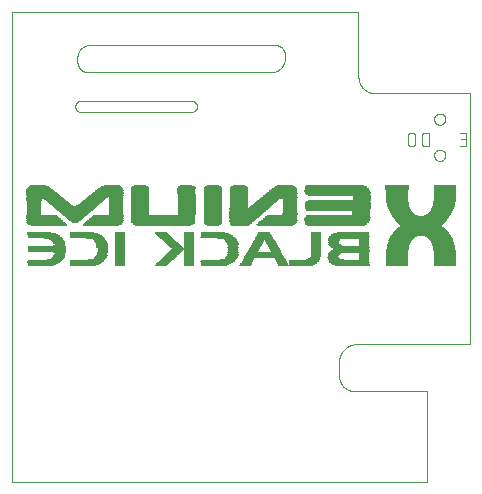
<source format=gbo>
G75*
%MOIN*%
%OFA0B0*%
%FSLAX25Y25*%
%IPPOS*%
%LPD*%
%AMOC8*
5,1,8,0,0,1.08239X$1,22.5*
%
%ADD10C,0.00394*%
%ADD11C,0.00400*%
%ADD12R,0.07560X0.00090*%
%ADD13R,0.07380X0.00090*%
%ADD14R,0.07560X0.00090*%
%ADD15R,0.07470X0.00090*%
%ADD16R,0.07470X0.00090*%
%ADD17R,0.07470X0.00090*%
%ADD18R,0.07470X0.00090*%
%ADD19R,0.07380X0.00090*%
%ADD20R,0.07650X0.00090*%
%ADD21R,0.07650X0.00090*%
%ADD22R,0.07740X0.00090*%
%ADD23R,0.07740X0.00090*%
%ADD24R,0.07740X0.00090*%
%ADD25R,0.07830X0.00090*%
%ADD26R,0.07920X0.00090*%
%ADD27R,0.07830X0.00090*%
%ADD28R,0.07920X0.00090*%
%ADD29R,0.07920X0.00090*%
%ADD30R,0.08010X0.00090*%
%ADD31R,0.08100X0.00090*%
%ADD32R,0.08010X0.00090*%
%ADD33R,0.08100X0.00090*%
%ADD34R,0.08190X0.00090*%
%ADD35R,0.08280X0.00090*%
%ADD36R,0.08190X0.00090*%
%ADD37R,0.08370X0.00090*%
%ADD38R,0.08460X0.00090*%
%ADD39R,0.08550X0.00090*%
%ADD40R,0.08820X0.00090*%
%ADD41R,0.08820X0.00090*%
%ADD42R,0.09090X0.00090*%
%ADD43R,0.19350X0.00090*%
%ADD44R,0.19350X0.00090*%
%ADD45R,0.19170X0.00090*%
%ADD46R,0.18990X0.00090*%
%ADD47R,0.18810X0.00090*%
%ADD48R,0.18630X0.00090*%
%ADD49R,0.18450X0.00090*%
%ADD50R,0.18360X0.00090*%
%ADD51R,0.18270X0.00090*%
%ADD52R,0.18090X0.00090*%
%ADD53R,0.17910X0.00090*%
%ADD54R,0.17730X0.00090*%
%ADD55R,0.17550X0.00090*%
%ADD56R,0.17370X0.00090*%
%ADD57R,0.17190X0.00090*%
%ADD58R,0.17010X0.00090*%
%ADD59R,0.16920X0.00090*%
%ADD60R,0.16740X0.00090*%
%ADD61R,0.16560X0.00090*%
%ADD62R,0.16380X0.00090*%
%ADD63R,0.16200X0.00090*%
%ADD64R,0.16020X0.00090*%
%ADD65R,0.15750X0.00090*%
%ADD66R,0.15570X0.00090*%
%ADD67R,0.15390X0.00090*%
%ADD68R,0.15210X0.00090*%
%ADD69R,0.15030X0.00090*%
%ADD70R,0.14850X0.00090*%
%ADD71R,0.14490X0.00090*%
%ADD72R,0.14310X0.00090*%
%ADD73R,0.14220X0.00090*%
%ADD74R,0.14040X0.00090*%
%ADD75R,0.13950X0.00090*%
%ADD76R,0.13860X0.00090*%
%ADD77R,0.10350X0.00090*%
%ADD78R,0.14310X0.00090*%
%ADD79R,0.03150X0.00090*%
%ADD80R,0.04590X0.00090*%
%ADD81R,0.15030X0.00090*%
%ADD82R,0.14040X0.00090*%
%ADD83R,0.12330X0.00090*%
%ADD84R,0.12150X0.00090*%
%ADD85R,0.18990X0.00090*%
%ADD86R,0.04230X0.00090*%
%ADD87R,0.06120X0.00090*%
%ADD88R,0.12240X0.00090*%
%ADD89R,0.19080X0.00090*%
%ADD90R,0.14130X0.00090*%
%ADD91R,0.19440X0.00090*%
%ADD92R,0.04680X0.00090*%
%ADD93R,0.06390X0.00090*%
%ADD94R,0.12510X0.00090*%
%ADD95R,0.19710X0.00090*%
%ADD96R,0.12420X0.00090*%
%ADD97R,0.05040X0.00090*%
%ADD98R,0.06660X0.00090*%
%ADD99R,0.20070X0.00090*%
%ADD100R,0.14490X0.00090*%
%ADD101R,0.19980X0.00090*%
%ADD102R,0.05220X0.00090*%
%ADD103R,0.06750X0.00090*%
%ADD104R,0.12600X0.00090*%
%ADD105R,0.20340X0.00090*%
%ADD106R,0.14580X0.00090*%
%ADD107R,0.12600X0.00090*%
%ADD108R,0.12510X0.00090*%
%ADD109R,0.20160X0.00090*%
%ADD110R,0.05400X0.00090*%
%ADD111R,0.06840X0.00090*%
%ADD112R,0.20520X0.00090*%
%ADD113R,0.14670X0.00090*%
%ADD114R,0.20430X0.00090*%
%ADD115R,0.05580X0.00090*%
%ADD116R,0.06930X0.00090*%
%ADD117R,0.20700X0.00090*%
%ADD118R,0.20610X0.00090*%
%ADD119R,0.05760X0.00090*%
%ADD120R,0.07110X0.00090*%
%ADD121R,0.20790X0.00090*%
%ADD122R,0.07200X0.00090*%
%ADD123R,0.20880X0.00090*%
%ADD124R,0.15210X0.00090*%
%ADD125R,0.01260X0.00090*%
%ADD126R,0.20970X0.00090*%
%ADD127R,0.05940X0.00090*%
%ADD128R,0.20970X0.00090*%
%ADD129R,0.15300X0.00090*%
%ADD130R,0.12420X0.00090*%
%ADD131R,0.01530X0.00090*%
%ADD132R,0.21060X0.00090*%
%ADD133R,0.05940X0.00090*%
%ADD134R,0.15480X0.00090*%
%ADD135R,0.12420X0.00090*%
%ADD136R,0.01800X0.00090*%
%ADD137R,0.21060X0.00090*%
%ADD138R,0.21240X0.00090*%
%ADD139R,0.15660X0.00090*%
%ADD140R,0.01980X0.00090*%
%ADD141R,0.21240X0.00090*%
%ADD142R,0.21330X0.00090*%
%ADD143R,0.15840X0.00090*%
%ADD144R,0.02160X0.00090*%
%ADD145R,0.21420X0.00090*%
%ADD146R,0.15930X0.00090*%
%ADD147R,0.12240X0.00090*%
%ADD148R,0.02430X0.00090*%
%ADD149R,0.06030X0.00090*%
%ADD150R,0.21510X0.00090*%
%ADD151R,0.16110X0.00090*%
%ADD152R,0.12150X0.00090*%
%ADD153R,0.02700X0.00090*%
%ADD154R,0.12240X0.00090*%
%ADD155R,0.21330X0.00090*%
%ADD156R,0.06030X0.00090*%
%ADD157R,0.12240X0.00090*%
%ADD158R,0.21510X0.00090*%
%ADD159R,0.16290X0.00090*%
%ADD160R,0.12060X0.00090*%
%ADD161R,0.02880X0.00090*%
%ADD162R,0.21600X0.00090*%
%ADD163R,0.16470X0.00090*%
%ADD164R,0.03150X0.00090*%
%ADD165R,0.11970X0.00090*%
%ADD166R,0.16650X0.00090*%
%ADD167R,0.03330X0.00090*%
%ADD168R,0.11880X0.00090*%
%ADD169R,0.21420X0.00090*%
%ADD170R,0.21690X0.00090*%
%ADD171R,0.11790X0.00090*%
%ADD172R,0.03600X0.00090*%
%ADD173R,0.08460X0.00090*%
%ADD174R,0.11790X0.00090*%
%ADD175R,0.16920X0.00090*%
%ADD176R,0.11700X0.00090*%
%ADD177R,0.03870X0.00090*%
%ADD178R,0.21420X0.00090*%
%ADD179R,0.08550X0.00090*%
%ADD180R,0.21690X0.00090*%
%ADD181R,0.11610X0.00090*%
%ADD182R,0.04050X0.00090*%
%ADD183R,0.08640X0.00090*%
%ADD184R,0.11520X0.00090*%
%ADD185R,0.08730X0.00090*%
%ADD186R,0.11430X0.00090*%
%ADD187R,0.04590X0.00090*%
%ADD188R,0.11340X0.00090*%
%ADD189R,0.11340X0.00090*%
%ADD190R,0.04770X0.00090*%
%ADD191R,0.11250X0.00090*%
%ADD192R,0.08910X0.00090*%
%ADD193R,0.17640X0.00090*%
%ADD194R,0.11160X0.00090*%
%ADD195R,0.04950X0.00090*%
%ADD196R,0.09090X0.00090*%
%ADD197R,0.17730X0.00090*%
%ADD198R,0.11070X0.00090*%
%ADD199R,0.05130X0.00090*%
%ADD200R,0.09180X0.00090*%
%ADD201R,0.17910X0.00090*%
%ADD202R,0.10980X0.00090*%
%ADD203R,0.05400X0.00090*%
%ADD204R,0.09270X0.00090*%
%ADD205R,0.10890X0.00090*%
%ADD206R,0.05670X0.00090*%
%ADD207R,0.09360X0.00090*%
%ADD208R,0.10890X0.00090*%
%ADD209R,0.21780X0.00090*%
%ADD210R,0.18180X0.00090*%
%ADD211R,0.10800X0.00090*%
%ADD212R,0.05850X0.00090*%
%ADD213R,0.09450X0.00090*%
%ADD214R,0.10710X0.00090*%
%ADD215R,0.21690X0.00090*%
%ADD216R,0.10620X0.00090*%
%ADD217R,0.10710X0.00090*%
%ADD218R,0.09540X0.00090*%
%ADD219R,0.21690X0.00090*%
%ADD220R,0.18450X0.00090*%
%ADD221R,0.10530X0.00090*%
%ADD222R,0.06300X0.00090*%
%ADD223R,0.09720X0.00090*%
%ADD224R,0.18630X0.00090*%
%ADD225R,0.10440X0.00090*%
%ADD226R,0.06570X0.00090*%
%ADD227R,0.09810X0.00090*%
%ADD228R,0.10440X0.00090*%
%ADD229R,0.10260X0.00090*%
%ADD230R,0.09900X0.00090*%
%ADD231R,0.10170X0.00090*%
%ADD232R,0.10350X0.00090*%
%ADD233R,0.09990X0.00090*%
%ADD234R,0.10080X0.00090*%
%ADD235R,0.07200X0.00090*%
%ADD236R,0.10170X0.00090*%
%ADD237R,0.08370X0.00090*%
%ADD238R,0.08370X0.00090*%
%ADD239R,0.10080X0.00090*%
%ADD240R,0.10170X0.00090*%
%ADD241R,0.09000X0.00090*%
%ADD242R,0.04950X0.00090*%
%ADD243R,0.06210X0.00090*%
%ADD244R,0.05040X0.00090*%
%ADD245R,0.08280X0.00090*%
%ADD246R,0.06210X0.00090*%
%ADD247R,0.10620X0.00090*%
%ADD248R,0.05040X0.00090*%
%ADD249R,0.05850X0.00090*%
%ADD250R,0.08640X0.00090*%
%ADD251R,0.09360X0.00090*%
%ADD252R,0.09540X0.00090*%
%ADD253R,0.09720X0.00090*%
%ADD254R,0.11520X0.00090*%
%ADD255R,0.10440X0.00090*%
%ADD256R,0.11610X0.00090*%
%ADD257R,0.10620X0.00090*%
%ADD258R,0.11700X0.00090*%
%ADD259R,0.07290X0.00090*%
%ADD260R,0.07290X0.00090*%
%ADD261R,0.11970X0.00090*%
%ADD262R,0.11160X0.00090*%
%ADD263R,0.11430X0.00090*%
%ADD264R,0.07290X0.00090*%
%ADD265R,0.20520X0.00090*%
%ADD266R,0.12420X0.00090*%
%ADD267R,0.12690X0.00090*%
%ADD268R,0.21600X0.00090*%
%ADD269R,0.07290X0.00090*%
%ADD270R,0.12690X0.00090*%
%ADD271R,0.12780X0.00090*%
%ADD272R,0.12960X0.00090*%
%ADD273R,0.12870X0.00090*%
%ADD274R,0.13140X0.00090*%
%ADD275R,0.13320X0.00090*%
%ADD276R,0.13050X0.00090*%
%ADD277R,0.13500X0.00090*%
%ADD278R,0.06300X0.00090*%
%ADD279R,0.06660X0.00090*%
%ADD280R,0.13680X0.00090*%
%ADD281R,0.14400X0.00090*%
%ADD282R,0.07110X0.00090*%
%ADD283R,0.21780X0.00090*%
%ADD284R,0.06840X0.00090*%
%ADD285R,0.07020X0.00090*%
%ADD286R,0.06840X0.00090*%
%ADD287R,0.04860X0.00090*%
%ADD288R,0.06750X0.00090*%
%ADD289R,0.06930X0.00090*%
%ADD290R,0.04860X0.00090*%
%ADD291R,0.06570X0.00090*%
%ADD292R,0.06570X0.00090*%
%ADD293R,0.06120X0.00090*%
%ADD294R,0.06570X0.00090*%
%ADD295R,0.06120X0.00090*%
%ADD296R,0.05040X0.00090*%
%ADD297R,0.06480X0.00090*%
%ADD298R,0.05760X0.00090*%
%ADD299R,0.06480X0.00090*%
%ADD300R,0.05220X0.00090*%
%ADD301R,0.07020X0.00090*%
%ADD302R,0.05670X0.00090*%
%ADD303R,0.05670X0.00090*%
%ADD304R,0.11250X0.00090*%
%ADD305R,0.09630X0.00090*%
%ADD306R,0.09450X0.00090*%
%ADD307R,0.09270X0.00090*%
%ADD308R,0.08820X0.00090*%
%ADD309R,0.08910X0.00090*%
%ADD310R,0.08820X0.00090*%
%ADD311R,0.08370X0.00090*%
%ADD312R,0.08190X0.00090*%
%ADD313R,0.20790X0.00090*%
%ADD314R,0.05490X0.00090*%
%ADD315R,0.05490X0.00090*%
%ADD316R,0.20520X0.00090*%
%ADD317R,0.05220X0.00090*%
%ADD318R,0.05310X0.00090*%
%ADD319R,0.20160X0.00090*%
%ADD320R,0.04680X0.00090*%
%ADD321R,0.04770X0.00090*%
%ADD322R,0.19800X0.00090*%
%ADD323R,0.04320X0.00090*%
%ADD324R,0.04320X0.00090*%
%ADD325R,0.19260X0.00090*%
%ADD326R,0.03690X0.00090*%
%ADD327R,0.03060X0.00090*%
%ADD328R,0.03240X0.00090*%
%ADD329R,0.06195X0.00105*%
%ADD330R,0.06405X0.00105*%
%ADD331R,0.03360X0.00105*%
%ADD332R,0.03990X0.00105*%
%ADD333R,0.03255X0.00105*%
%ADD334R,0.06300X0.00105*%
%ADD335R,0.03570X0.00105*%
%ADD336R,0.08820X0.00105*%
%ADD337R,0.08610X0.00105*%
%ADD338R,0.07560X0.00105*%
%ADD339R,0.07665X0.00105*%
%ADD340R,0.04200X0.00105*%
%ADD341R,0.03675X0.00105*%
%ADD342R,0.03465X0.00105*%
%ADD343R,0.06720X0.00105*%
%ADD344R,0.10395X0.00105*%
%ADD345R,0.08190X0.00105*%
%ADD346R,0.08295X0.00105*%
%ADD347R,0.07350X0.00105*%
%ADD348R,0.11235X0.00105*%
%ADD349R,0.08715X0.00105*%
%ADD350R,0.07770X0.00105*%
%ADD351R,0.11655X0.00105*%
%ADD352R,0.09030X0.00105*%
%ADD353R,0.09135X0.00105*%
%ADD354R,0.03570X0.00105*%
%ADD355R,0.08085X0.00105*%
%ADD356R,0.11970X0.00105*%
%ADD357R,0.09345X0.00105*%
%ADD358R,0.09345X0.00105*%
%ADD359R,0.09450X0.00105*%
%ADD360R,0.03465X0.00105*%
%ADD361R,0.12180X0.00105*%
%ADD362R,0.09555X0.00105*%
%ADD363R,0.09660X0.00105*%
%ADD364R,0.08505X0.00105*%
%ADD365R,0.12390X0.00105*%
%ADD366R,0.09765X0.00105*%
%ADD367R,0.09870X0.00105*%
%ADD368R,0.12495X0.00105*%
%ADD369R,0.09975X0.00105*%
%ADD370R,0.10080X0.00105*%
%ADD371R,0.08925X0.00105*%
%ADD372R,0.12705X0.00105*%
%ADD373R,0.10290X0.00105*%
%ADD374R,0.12810X0.00105*%
%ADD375R,0.10500X0.00105*%
%ADD376R,0.09240X0.00105*%
%ADD377R,0.12915X0.00105*%
%ADD378R,0.10605X0.00105*%
%ADD379R,0.04095X0.00105*%
%ADD380R,0.13020X0.00105*%
%ADD381R,0.10710X0.00105*%
%ADD382R,0.10815X0.00105*%
%ADD383R,0.13125X0.00105*%
%ADD384R,0.10920X0.00105*%
%ADD385R,0.04095X0.00105*%
%ADD386R,0.13230X0.00105*%
%ADD387R,0.11025X0.00105*%
%ADD388R,0.11130X0.00105*%
%ADD389R,0.13335X0.00105*%
%ADD390R,0.11340X0.00105*%
%ADD391R,0.13440X0.00105*%
%ADD392R,0.11445X0.00105*%
%ADD393R,0.05460X0.00105*%
%ADD394R,0.05145X0.00105*%
%ADD395R,0.05565X0.00105*%
%ADD396R,0.05250X0.00105*%
%ADD397R,0.04410X0.00105*%
%ADD398R,0.05145X0.00105*%
%ADD399R,0.04620X0.00105*%
%ADD400R,0.04515X0.00105*%
%ADD401R,0.04305X0.00105*%
%ADD402R,0.03885X0.00105*%
%ADD403R,0.03780X0.00105*%
%ADD404R,0.03990X0.00105*%
%ADD405R,0.13020X0.00105*%
%ADD406R,0.12285X0.00105*%
%ADD407R,0.12075X0.00105*%
%ADD408R,0.11865X0.00105*%
%ADD409R,0.11760X0.00105*%
%ADD410R,0.11550X0.00105*%
%ADD411R,0.12495X0.00105*%
%ADD412R,0.03150X0.00105*%
%ADD413R,0.12600X0.00105*%
%ADD414R,0.07455X0.00105*%
%ADD415R,0.07245X0.00105*%
%ADD416R,0.03045X0.00105*%
%ADD417R,0.03045X0.00105*%
%ADD418R,0.06195X0.00105*%
%ADD419R,0.05985X0.00105*%
%ADD420R,0.05040X0.00105*%
%ADD421R,0.04830X0.00105*%
%ADD422R,0.06090X0.00105*%
%ADD423R,0.05775X0.00105*%
%ADD424R,0.10185X0.00105*%
%ADD425R,0.05355X0.00105*%
%ADD426R,0.10920X0.00105*%
%ADD427R,0.04935X0.00105*%
%ADD428R,0.04725X0.00105*%
%ADD429R,0.07875X0.00105*%
%ADD430R,0.05880X0.00105*%
%ADD431R,0.07980X0.00105*%
%ADD432C,0.00000*%
D10*
X0022784Y0008696D02*
X0160949Y0008696D01*
X0160949Y0038821D01*
X0136952Y0038821D01*
X0136810Y0038823D01*
X0136668Y0038829D01*
X0136526Y0038839D01*
X0136385Y0038852D01*
X0136244Y0038870D01*
X0136103Y0038891D01*
X0135963Y0038917D01*
X0135824Y0038946D01*
X0135686Y0038979D01*
X0135549Y0039016D01*
X0135413Y0039056D01*
X0135278Y0039100D01*
X0135144Y0039148D01*
X0135011Y0039200D01*
X0134880Y0039255D01*
X0134751Y0039314D01*
X0134623Y0039377D01*
X0134498Y0039443D01*
X0134373Y0039512D01*
X0134251Y0039585D01*
X0134131Y0039661D01*
X0134013Y0039740D01*
X0133898Y0039823D01*
X0133785Y0039908D01*
X0133674Y0039997D01*
X0133565Y0040089D01*
X0133459Y0040184D01*
X0133356Y0040282D01*
X0133256Y0040382D01*
X0133158Y0040485D01*
X0133063Y0040591D01*
X0132971Y0040700D01*
X0132882Y0040811D01*
X0132797Y0040924D01*
X0132714Y0041039D01*
X0132635Y0041157D01*
X0132559Y0041277D01*
X0132486Y0041400D01*
X0132417Y0041524D01*
X0132351Y0041649D01*
X0132288Y0041777D01*
X0132229Y0041906D01*
X0132174Y0042037D01*
X0132122Y0042170D01*
X0132074Y0042304D01*
X0132030Y0042439D01*
X0131990Y0042575D01*
X0131953Y0042712D01*
X0131920Y0042850D01*
X0131891Y0042989D01*
X0131865Y0043129D01*
X0131844Y0043270D01*
X0131826Y0043411D01*
X0131813Y0043552D01*
X0131803Y0043694D01*
X0131797Y0043836D01*
X0131795Y0043978D01*
X0131795Y0048540D01*
X0131797Y0048694D01*
X0131803Y0048848D01*
X0131813Y0049001D01*
X0131827Y0049154D01*
X0131844Y0049307D01*
X0131866Y0049459D01*
X0131892Y0049611D01*
X0131921Y0049762D01*
X0131955Y0049912D01*
X0131992Y0050062D01*
X0132033Y0050210D01*
X0132078Y0050357D01*
X0132127Y0050503D01*
X0132179Y0050648D01*
X0132235Y0050791D01*
X0132295Y0050933D01*
X0132358Y0051073D01*
X0132425Y0051211D01*
X0132496Y0051348D01*
X0132570Y0051483D01*
X0132648Y0051616D01*
X0132728Y0051747D01*
X0132813Y0051876D01*
X0132900Y0052002D01*
X0132991Y0052126D01*
X0133085Y0052248D01*
X0133182Y0052368D01*
X0133282Y0052484D01*
X0133385Y0052599D01*
X0133491Y0052710D01*
X0133600Y0052819D01*
X0133711Y0052925D01*
X0133826Y0053028D01*
X0133942Y0053128D01*
X0134062Y0053225D01*
X0134184Y0053319D01*
X0134308Y0053410D01*
X0134434Y0053497D01*
X0134563Y0053582D01*
X0134694Y0053662D01*
X0134827Y0053740D01*
X0134962Y0053814D01*
X0135099Y0053885D01*
X0135237Y0053952D01*
X0135377Y0054015D01*
X0135519Y0054075D01*
X0135662Y0054131D01*
X0135807Y0054183D01*
X0135953Y0054232D01*
X0136100Y0054277D01*
X0136248Y0054318D01*
X0136398Y0054355D01*
X0136548Y0054389D01*
X0136699Y0054418D01*
X0136851Y0054444D01*
X0137003Y0054466D01*
X0137156Y0054483D01*
X0137309Y0054497D01*
X0137462Y0054507D01*
X0137616Y0054513D01*
X0137770Y0054515D01*
X0137770Y0054516D02*
X0175455Y0054516D01*
X0175455Y0138091D01*
X0143886Y0138091D01*
X0143738Y0138093D01*
X0143590Y0138099D01*
X0143443Y0138108D01*
X0143296Y0138122D01*
X0143149Y0138139D01*
X0143002Y0138161D01*
X0142857Y0138186D01*
X0142712Y0138214D01*
X0142568Y0138247D01*
X0142424Y0138283D01*
X0142282Y0138324D01*
X0142141Y0138367D01*
X0142001Y0138415D01*
X0141862Y0138466D01*
X0141725Y0138521D01*
X0141589Y0138579D01*
X0141454Y0138641D01*
X0141322Y0138707D01*
X0141191Y0138775D01*
X0141062Y0138848D01*
X0140935Y0138923D01*
X0140810Y0139002D01*
X0140687Y0139084D01*
X0140566Y0139170D01*
X0140448Y0139258D01*
X0140332Y0139350D01*
X0140218Y0139444D01*
X0140107Y0139542D01*
X0139998Y0139642D01*
X0139892Y0139745D01*
X0139789Y0139851D01*
X0139689Y0139960D01*
X0139591Y0140071D01*
X0139497Y0140185D01*
X0139405Y0140301D01*
X0139317Y0140419D01*
X0139231Y0140540D01*
X0139149Y0140663D01*
X0139070Y0140788D01*
X0138995Y0140915D01*
X0138922Y0141044D01*
X0138854Y0141175D01*
X0138788Y0141307D01*
X0138726Y0141442D01*
X0138668Y0141578D01*
X0138613Y0141715D01*
X0138562Y0141854D01*
X0138514Y0141994D01*
X0138471Y0142135D01*
X0138430Y0142277D01*
X0138394Y0142421D01*
X0138361Y0142565D01*
X0138333Y0142710D01*
X0138308Y0142855D01*
X0138286Y0143002D01*
X0138269Y0143149D01*
X0138255Y0143296D01*
X0138246Y0143443D01*
X0138240Y0143591D01*
X0138238Y0143739D01*
X0138239Y0143739D02*
X0138239Y0165285D01*
X0022784Y0165285D01*
X0022784Y0008696D01*
X0045436Y0131992D02*
X0082738Y0131992D01*
X0082818Y0131994D01*
X0082897Y0132000D01*
X0082977Y0132009D01*
X0083055Y0132022D01*
X0083133Y0132039D01*
X0083210Y0132060D01*
X0083286Y0132084D01*
X0083361Y0132112D01*
X0083435Y0132144D01*
X0083506Y0132178D01*
X0083577Y0132217D01*
X0083645Y0132258D01*
X0083711Y0132303D01*
X0083775Y0132351D01*
X0083836Y0132402D01*
X0083895Y0132455D01*
X0083952Y0132512D01*
X0084005Y0132571D01*
X0084056Y0132632D01*
X0084104Y0132696D01*
X0084149Y0132762D01*
X0084190Y0132831D01*
X0084229Y0132901D01*
X0084263Y0132972D01*
X0084295Y0133046D01*
X0084323Y0133121D01*
X0084347Y0133197D01*
X0084368Y0133274D01*
X0084385Y0133352D01*
X0084398Y0133430D01*
X0084407Y0133510D01*
X0084413Y0133589D01*
X0084415Y0133669D01*
X0084413Y0133755D01*
X0084407Y0133841D01*
X0084398Y0133927D01*
X0084385Y0134013D01*
X0084368Y0134097D01*
X0084348Y0134181D01*
X0084323Y0134264D01*
X0084296Y0134346D01*
X0084264Y0134426D01*
X0084230Y0134505D01*
X0084191Y0134583D01*
X0084150Y0134659D01*
X0084105Y0134732D01*
X0084057Y0134804D01*
X0084006Y0134874D01*
X0083952Y0134941D01*
X0083895Y0135006D01*
X0083835Y0135068D01*
X0083773Y0135128D01*
X0083708Y0135185D01*
X0083641Y0135239D01*
X0083571Y0135290D01*
X0083499Y0135338D01*
X0083426Y0135383D01*
X0083350Y0135424D01*
X0083272Y0135463D01*
X0083193Y0135497D01*
X0083113Y0135529D01*
X0083031Y0135556D01*
X0082948Y0135581D01*
X0082864Y0135601D01*
X0082780Y0135618D01*
X0082694Y0135631D01*
X0082608Y0135640D01*
X0082522Y0135646D01*
X0082436Y0135648D01*
X0081529Y0135648D01*
X0081529Y0135647D01*
X0081528Y0135646D01*
X0081527Y0135646D01*
X0045655Y0135646D01*
X0045656Y0135646D02*
X0045573Y0135644D01*
X0045491Y0135638D01*
X0045409Y0135629D01*
X0045328Y0135616D01*
X0045247Y0135599D01*
X0045167Y0135578D01*
X0045088Y0135554D01*
X0045011Y0135526D01*
X0044934Y0135494D01*
X0044860Y0135459D01*
X0044787Y0135421D01*
X0044715Y0135379D01*
X0044646Y0135334D01*
X0044579Y0135286D01*
X0044515Y0135235D01*
X0044452Y0135180D01*
X0044393Y0135123D01*
X0044336Y0135064D01*
X0044281Y0135002D01*
X0044230Y0134937D01*
X0044182Y0134870D01*
X0044137Y0134801D01*
X0044095Y0134730D01*
X0044057Y0134657D01*
X0044022Y0134582D01*
X0043990Y0134506D01*
X0043962Y0134428D01*
X0043937Y0134350D01*
X0043917Y0134270D01*
X0043900Y0134189D01*
X0043886Y0134108D01*
X0043877Y0134026D01*
X0043871Y0133943D01*
X0043869Y0133861D01*
X0043869Y0133559D01*
X0043871Y0133482D01*
X0043877Y0133405D01*
X0043886Y0133329D01*
X0043899Y0133253D01*
X0043916Y0133178D01*
X0043936Y0133104D01*
X0043961Y0133031D01*
X0043988Y0132959D01*
X0044019Y0132889D01*
X0044054Y0132820D01*
X0044092Y0132753D01*
X0044133Y0132688D01*
X0044177Y0132626D01*
X0044225Y0132565D01*
X0044275Y0132507D01*
X0044328Y0132451D01*
X0044384Y0132398D01*
X0044442Y0132348D01*
X0044503Y0132300D01*
X0044565Y0132256D01*
X0044630Y0132215D01*
X0044697Y0132177D01*
X0044766Y0132142D01*
X0044836Y0132111D01*
X0044908Y0132084D01*
X0044981Y0132059D01*
X0045055Y0132039D01*
X0045130Y0132022D01*
X0045206Y0132009D01*
X0045282Y0132000D01*
X0045359Y0131994D01*
X0045436Y0131992D01*
X0048098Y0145156D02*
X0109088Y0145156D01*
X0109089Y0145156D02*
X0109224Y0145159D01*
X0109360Y0145165D01*
X0109495Y0145176D01*
X0109630Y0145190D01*
X0109764Y0145208D01*
X0109898Y0145230D01*
X0110031Y0145257D01*
X0110163Y0145286D01*
X0110294Y0145320D01*
X0110425Y0145358D01*
X0110554Y0145399D01*
X0110682Y0145444D01*
X0110808Y0145493D01*
X0110933Y0145545D01*
X0111057Y0145602D01*
X0111179Y0145661D01*
X0111299Y0145724D01*
X0111417Y0145791D01*
X0111533Y0145861D01*
X0111647Y0145934D01*
X0111759Y0146011D01*
X0111868Y0146091D01*
X0111976Y0146174D01*
X0112080Y0146260D01*
X0112183Y0146349D01*
X0112282Y0146441D01*
X0112379Y0146536D01*
X0112473Y0146634D01*
X0112564Y0146734D01*
X0112652Y0146837D01*
X0112738Y0146943D01*
X0112820Y0147051D01*
X0112899Y0147161D01*
X0112974Y0147273D01*
X0113047Y0147388D01*
X0113116Y0147505D01*
X0113181Y0147623D01*
X0113243Y0147744D01*
X0113302Y0147866D01*
X0113357Y0147990D01*
X0113408Y0148116D01*
X0113456Y0148243D01*
X0113500Y0148371D01*
X0113540Y0148501D01*
X0113576Y0148631D01*
X0113609Y0148763D01*
X0113638Y0148895D01*
X0113663Y0149029D01*
X0113684Y0149163D01*
X0113701Y0149297D01*
X0113714Y0149432D01*
X0113723Y0149567D01*
X0113729Y0149703D01*
X0113730Y0149839D01*
X0113729Y0149838D02*
X0113729Y0150957D01*
X0113727Y0151069D01*
X0113721Y0151180D01*
X0113712Y0151292D01*
X0113699Y0151403D01*
X0113681Y0151513D01*
X0113661Y0151623D01*
X0113636Y0151732D01*
X0113608Y0151840D01*
X0113576Y0151947D01*
X0113540Y0152053D01*
X0113501Y0152158D01*
X0113458Y0152261D01*
X0113412Y0152363D01*
X0113362Y0152463D01*
X0113309Y0152562D01*
X0113252Y0152658D01*
X0113193Y0152753D01*
X0113130Y0152845D01*
X0113064Y0152935D01*
X0112995Y0153023D01*
X0112923Y0153109D01*
X0112848Y0153192D01*
X0112770Y0153272D01*
X0112690Y0153350D01*
X0112607Y0153425D01*
X0112521Y0153497D01*
X0112433Y0153566D01*
X0112343Y0153632D01*
X0112251Y0153695D01*
X0112156Y0153754D01*
X0112060Y0153811D01*
X0111961Y0153864D01*
X0111861Y0153914D01*
X0111759Y0153960D01*
X0111656Y0154003D01*
X0111551Y0154042D01*
X0111445Y0154078D01*
X0111338Y0154110D01*
X0111230Y0154138D01*
X0111121Y0154163D01*
X0111011Y0154183D01*
X0110901Y0154201D01*
X0110790Y0154214D01*
X0110678Y0154223D01*
X0110567Y0154229D01*
X0110455Y0154231D01*
X0110455Y0154230D02*
X0048720Y0154230D01*
X0048592Y0154228D01*
X0048464Y0154222D01*
X0048337Y0154212D01*
X0048210Y0154199D01*
X0048083Y0154181D01*
X0047957Y0154159D01*
X0047831Y0154134D01*
X0047707Y0154105D01*
X0047583Y0154071D01*
X0047461Y0154035D01*
X0047339Y0153994D01*
X0047219Y0153949D01*
X0047101Y0153901D01*
X0046984Y0153850D01*
X0046868Y0153795D01*
X0046755Y0153736D01*
X0046643Y0153673D01*
X0046533Y0153608D01*
X0046425Y0153539D01*
X0046320Y0153466D01*
X0046217Y0153391D01*
X0046116Y0153312D01*
X0046017Y0153231D01*
X0045921Y0153146D01*
X0045828Y0153058D01*
X0045738Y0152968D01*
X0045650Y0152875D01*
X0045565Y0152779D01*
X0045484Y0152680D01*
X0045405Y0152579D01*
X0045330Y0152476D01*
X0045257Y0152371D01*
X0045188Y0152263D01*
X0045123Y0152153D01*
X0045060Y0152041D01*
X0045001Y0151928D01*
X0044946Y0151812D01*
X0044895Y0151695D01*
X0044847Y0151577D01*
X0044802Y0151457D01*
X0044761Y0151335D01*
X0044725Y0151213D01*
X0044691Y0151089D01*
X0044662Y0150965D01*
X0044637Y0150839D01*
X0044615Y0150713D01*
X0044597Y0150586D01*
X0044584Y0150459D01*
X0044574Y0150332D01*
X0044568Y0150204D01*
X0044566Y0150076D01*
X0044566Y0148688D01*
X0044568Y0148570D01*
X0044574Y0148452D01*
X0044584Y0148334D01*
X0044598Y0148217D01*
X0044615Y0148101D01*
X0044637Y0147984D01*
X0044662Y0147869D01*
X0044691Y0147755D01*
X0044725Y0147642D01*
X0044761Y0147529D01*
X0044802Y0147419D01*
X0044846Y0147309D01*
X0044894Y0147201D01*
X0044946Y0147095D01*
X0045001Y0146991D01*
X0045059Y0146888D01*
X0045121Y0146787D01*
X0045186Y0146689D01*
X0045254Y0146593D01*
X0045326Y0146499D01*
X0045401Y0146408D01*
X0045478Y0146319D01*
X0045559Y0146233D01*
X0045643Y0146149D01*
X0045729Y0146068D01*
X0045818Y0145991D01*
X0045909Y0145916D01*
X0046003Y0145844D01*
X0046099Y0145776D01*
X0046197Y0145711D01*
X0046298Y0145649D01*
X0046401Y0145591D01*
X0046505Y0145536D01*
X0046611Y0145484D01*
X0046719Y0145436D01*
X0046829Y0145392D01*
X0046939Y0145351D01*
X0047052Y0145315D01*
X0047165Y0145281D01*
X0047279Y0145252D01*
X0047394Y0145227D01*
X0047511Y0145205D01*
X0047627Y0145188D01*
X0047744Y0145174D01*
X0047862Y0145164D01*
X0047980Y0145158D01*
X0048098Y0145156D01*
D11*
X0154684Y0123788D02*
X0154684Y0121744D01*
X0154686Y0121674D01*
X0154692Y0121603D01*
X0154701Y0121534D01*
X0154715Y0121465D01*
X0154732Y0121396D01*
X0154753Y0121329D01*
X0154778Y0121263D01*
X0154806Y0121199D01*
X0154838Y0121136D01*
X0154873Y0121075D01*
X0154912Y0121016D01*
X0154953Y0120959D01*
X0154998Y0120905D01*
X0155046Y0120853D01*
X0155096Y0120804D01*
X0155150Y0120757D01*
X0155205Y0120714D01*
X0155263Y0120674D01*
X0155323Y0120637D01*
X0155385Y0120604D01*
X0155449Y0120574D01*
X0155514Y0120547D01*
X0155580Y0120524D01*
X0155648Y0120505D01*
X0155717Y0120490D01*
X0155786Y0120478D01*
X0155856Y0120470D01*
X0155927Y0120466D01*
X0155997Y0120466D01*
X0156068Y0120470D01*
X0156138Y0120478D01*
X0156207Y0120490D01*
X0156276Y0120505D01*
X0156344Y0120524D01*
X0156410Y0120547D01*
X0156475Y0120574D01*
X0156539Y0120604D01*
X0156601Y0120637D01*
X0156661Y0120674D01*
X0156719Y0120714D01*
X0156774Y0120757D01*
X0156828Y0120804D01*
X0156878Y0120853D01*
X0156926Y0120905D01*
X0156971Y0120959D01*
X0157012Y0121016D01*
X0157051Y0121075D01*
X0157086Y0121136D01*
X0157118Y0121199D01*
X0157146Y0121263D01*
X0157171Y0121329D01*
X0157192Y0121396D01*
X0157209Y0121465D01*
X0157223Y0121534D01*
X0157232Y0121603D01*
X0157238Y0121674D01*
X0157240Y0121744D01*
X0157240Y0123788D01*
X0157238Y0123858D01*
X0157232Y0123929D01*
X0157223Y0123998D01*
X0157209Y0124067D01*
X0157192Y0124136D01*
X0157171Y0124203D01*
X0157146Y0124269D01*
X0157118Y0124333D01*
X0157086Y0124396D01*
X0157051Y0124457D01*
X0157012Y0124516D01*
X0156971Y0124573D01*
X0156926Y0124627D01*
X0156878Y0124679D01*
X0156828Y0124728D01*
X0156774Y0124775D01*
X0156719Y0124818D01*
X0156661Y0124858D01*
X0156601Y0124895D01*
X0156539Y0124928D01*
X0156475Y0124958D01*
X0156410Y0124985D01*
X0156344Y0125008D01*
X0156276Y0125027D01*
X0156207Y0125042D01*
X0156138Y0125054D01*
X0156068Y0125062D01*
X0155997Y0125066D01*
X0155927Y0125066D01*
X0155856Y0125062D01*
X0155786Y0125054D01*
X0155717Y0125042D01*
X0155648Y0125027D01*
X0155580Y0125008D01*
X0155514Y0124985D01*
X0155449Y0124958D01*
X0155385Y0124928D01*
X0155323Y0124895D01*
X0155263Y0124858D01*
X0155205Y0124818D01*
X0155150Y0124775D01*
X0155096Y0124728D01*
X0155046Y0124679D01*
X0154998Y0124627D01*
X0154953Y0124573D01*
X0154912Y0124516D01*
X0154873Y0124457D01*
X0154838Y0124396D01*
X0154806Y0124333D01*
X0154778Y0124269D01*
X0154753Y0124203D01*
X0154732Y0124136D01*
X0154715Y0124067D01*
X0154701Y0123998D01*
X0154692Y0123929D01*
X0154686Y0123858D01*
X0154684Y0123788D01*
X0159334Y0123788D02*
X0159334Y0121744D01*
X0159336Y0121675D01*
X0159341Y0121606D01*
X0159351Y0121537D01*
X0159364Y0121469D01*
X0159381Y0121402D01*
X0159401Y0121336D01*
X0159425Y0121271D01*
X0159452Y0121207D01*
X0159483Y0121145D01*
X0159517Y0121085D01*
X0159554Y0121027D01*
X0159595Y0120971D01*
X0159638Y0120917D01*
X0159684Y0120865D01*
X0159733Y0120816D01*
X0159785Y0120770D01*
X0159839Y0120727D01*
X0159895Y0120686D01*
X0159953Y0120649D01*
X0160013Y0120615D01*
X0160075Y0120584D01*
X0160139Y0120557D01*
X0160204Y0120533D01*
X0160270Y0120513D01*
X0160337Y0120496D01*
X0160405Y0120483D01*
X0160474Y0120473D01*
X0160543Y0120468D01*
X0160612Y0120466D01*
X0161890Y0120466D01*
X0161890Y0125066D01*
X0160612Y0125066D01*
X0160543Y0125064D01*
X0160474Y0125059D01*
X0160405Y0125049D01*
X0160337Y0125036D01*
X0160270Y0125019D01*
X0160204Y0124999D01*
X0160139Y0124975D01*
X0160075Y0124948D01*
X0160013Y0124917D01*
X0159953Y0124883D01*
X0159895Y0124846D01*
X0159839Y0124805D01*
X0159785Y0124762D01*
X0159733Y0124716D01*
X0159684Y0124667D01*
X0159638Y0124615D01*
X0159595Y0124561D01*
X0159554Y0124505D01*
X0159517Y0124447D01*
X0159483Y0124387D01*
X0159452Y0124325D01*
X0159425Y0124261D01*
X0159401Y0124196D01*
X0159381Y0124130D01*
X0159364Y0124063D01*
X0159351Y0123995D01*
X0159341Y0123926D01*
X0159336Y0123857D01*
X0159334Y0123788D01*
X0172069Y0125066D02*
X0174113Y0125066D01*
X0174113Y0120466D01*
X0172069Y0120466D01*
X0172580Y0123022D02*
X0174113Y0123022D01*
D12*
X0167101Y0106536D03*
X0167101Y0106086D03*
X0167101Y0105636D03*
X0167101Y0105186D03*
X0167101Y0104736D03*
X0167101Y0104286D03*
X0167101Y0103836D03*
X0167101Y0103386D03*
X0167011Y0102936D03*
X0167011Y0102486D03*
X0165391Y0097986D03*
X0166111Y0088536D03*
X0166291Y0088086D03*
X0166471Y0087636D03*
X0151801Y0088086D03*
X0151081Y0083586D03*
X0151081Y0083136D03*
X0151081Y0082686D03*
X0151081Y0082236D03*
X0151081Y0081786D03*
X0151081Y0081336D03*
X0151081Y0080886D03*
X0151081Y0080436D03*
X0151171Y0102486D03*
X0151081Y0102936D03*
X0151081Y0103386D03*
X0052801Y0093936D03*
D13*
X0111661Y0093936D03*
X0113731Y0106536D03*
X0151261Y0101586D03*
X0151351Y0101136D03*
X0152431Y0098436D03*
X0165661Y0098436D03*
X0166741Y0086736D03*
X0166831Y0086286D03*
X0167011Y0084486D03*
X0167101Y0080436D03*
D14*
X0166561Y0087366D03*
X0166381Y0087816D03*
X0166381Y0087906D03*
X0166291Y0088176D03*
X0166201Y0088266D03*
X0166201Y0088356D03*
X0166021Y0088716D03*
X0165301Y0097896D03*
X0167011Y0102576D03*
X0167011Y0102666D03*
X0167011Y0102756D03*
X0167011Y0102846D03*
X0167011Y0103026D03*
X0167011Y0103116D03*
X0167011Y0103206D03*
X0167011Y0103296D03*
X0167101Y0103476D03*
X0167101Y0103566D03*
X0167101Y0103656D03*
X0167101Y0103746D03*
X0167101Y0103926D03*
X0167101Y0104016D03*
X0167101Y0104106D03*
X0167101Y0104196D03*
X0167101Y0104376D03*
X0167101Y0104466D03*
X0167101Y0104556D03*
X0167101Y0104646D03*
X0167101Y0104826D03*
X0167101Y0104916D03*
X0167101Y0105006D03*
X0167101Y0105096D03*
X0167101Y0105276D03*
X0167101Y0105366D03*
X0167101Y0105456D03*
X0167101Y0105546D03*
X0167101Y0105726D03*
X0167101Y0105816D03*
X0167101Y0105906D03*
X0167101Y0105996D03*
X0167101Y0106176D03*
X0167101Y0106266D03*
X0167101Y0106356D03*
X0167101Y0106446D03*
X0167101Y0106626D03*
X0167101Y0106716D03*
X0151081Y0103476D03*
X0151081Y0103296D03*
X0151081Y0103206D03*
X0151081Y0103116D03*
X0151081Y0103026D03*
X0151081Y0102846D03*
X0151081Y0102756D03*
X0151171Y0102576D03*
X0151171Y0102396D03*
X0151171Y0102306D03*
X0151171Y0102216D03*
X0151171Y0102126D03*
X0151981Y0088446D03*
X0151891Y0088266D03*
X0151891Y0088176D03*
X0151801Y0087996D03*
X0151711Y0087816D03*
X0151621Y0087546D03*
X0151081Y0083946D03*
X0151081Y0083856D03*
X0151081Y0083766D03*
X0151081Y0083676D03*
X0151081Y0083496D03*
X0151081Y0083406D03*
X0151081Y0083316D03*
X0151081Y0083226D03*
X0151081Y0083046D03*
X0151081Y0082956D03*
X0151081Y0082866D03*
X0151081Y0082776D03*
X0151081Y0082596D03*
X0151081Y0082506D03*
X0151081Y0082416D03*
X0151081Y0082326D03*
X0151081Y0082146D03*
X0151081Y0082056D03*
X0151081Y0081966D03*
X0151081Y0081876D03*
X0151081Y0081696D03*
X0151081Y0081606D03*
X0151081Y0081516D03*
X0151081Y0081426D03*
X0151081Y0081246D03*
X0151081Y0081156D03*
X0151081Y0081066D03*
X0151081Y0080976D03*
X0151081Y0080796D03*
X0151081Y0080706D03*
X0151081Y0080616D03*
X0151081Y0080526D03*
X0113731Y0106446D03*
X0099061Y0094926D03*
X0043711Y0097266D03*
D15*
X0151216Y0101676D03*
X0151216Y0101766D03*
X0151216Y0101856D03*
X0151216Y0101946D03*
X0152566Y0098256D03*
X0152656Y0098166D03*
X0152656Y0098076D03*
X0151756Y0087906D03*
X0151666Y0087726D03*
X0151306Y0086376D03*
X0151306Y0086196D03*
X0151216Y0085746D03*
X0151216Y0085656D03*
X0151216Y0085566D03*
X0151216Y0085476D03*
X0166516Y0087456D03*
X0166516Y0087546D03*
X0166606Y0087276D03*
X0166606Y0087096D03*
X0166966Y0085476D03*
X0166966Y0085296D03*
X0166966Y0085206D03*
X0166966Y0085116D03*
X0166966Y0085026D03*
X0166966Y0084846D03*
X0166966Y0084756D03*
X0166966Y0084666D03*
X0166966Y0084576D03*
X0167056Y0084216D03*
X0167056Y0084126D03*
X0167056Y0083946D03*
X0167056Y0083856D03*
X0167056Y0083766D03*
X0167056Y0083676D03*
X0167056Y0083496D03*
X0167056Y0083406D03*
X0167056Y0083316D03*
X0167056Y0083226D03*
X0167056Y0083046D03*
X0167056Y0082956D03*
X0167056Y0082866D03*
X0167056Y0082776D03*
X0167056Y0082596D03*
X0167056Y0082506D03*
X0167056Y0082416D03*
X0167056Y0082326D03*
X0167056Y0082146D03*
X0167056Y0082056D03*
X0167056Y0081966D03*
X0167056Y0081876D03*
X0167056Y0081696D03*
X0167056Y0081606D03*
X0167056Y0081516D03*
X0167056Y0081426D03*
X0167056Y0081246D03*
X0167056Y0081156D03*
X0167056Y0081066D03*
X0167056Y0080976D03*
X0167056Y0080796D03*
X0167056Y0080706D03*
X0167056Y0080616D03*
X0167056Y0080526D03*
X0166966Y0101946D03*
X0166966Y0102126D03*
X0166966Y0102216D03*
X0166966Y0102306D03*
X0166966Y0102396D03*
D16*
X0166966Y0102036D03*
X0166606Y0087186D03*
X0166966Y0085386D03*
X0166966Y0084936D03*
X0167056Y0084036D03*
X0167056Y0083586D03*
X0167056Y0083136D03*
X0167056Y0082686D03*
X0167056Y0082236D03*
X0167056Y0081786D03*
X0167056Y0081336D03*
X0167056Y0080886D03*
X0151216Y0085386D03*
X0151216Y0085836D03*
X0151306Y0086286D03*
X0151666Y0087636D03*
X0151216Y0102036D03*
X0099016Y0094836D03*
D17*
X0151396Y0086736D03*
X0151486Y0087186D03*
X0151126Y0084936D03*
X0151126Y0084486D03*
X0151126Y0084036D03*
X0152746Y0097986D03*
X0166876Y0101586D03*
X0167146Y0106986D03*
X0166876Y0085836D03*
D18*
X0166876Y0085926D03*
X0166876Y0086016D03*
X0166876Y0086106D03*
X0166876Y0086196D03*
X0166786Y0086376D03*
X0166786Y0086466D03*
X0166786Y0086556D03*
X0166786Y0086646D03*
X0166696Y0086826D03*
X0166696Y0086916D03*
X0166696Y0087006D03*
X0166426Y0087726D03*
X0166336Y0087996D03*
X0165436Y0098076D03*
X0165526Y0098166D03*
X0166876Y0101676D03*
X0166876Y0101766D03*
X0167146Y0106806D03*
X0167146Y0106896D03*
X0167146Y0107076D03*
X0167146Y0107166D03*
X0151576Y0087456D03*
X0151576Y0087366D03*
X0151576Y0087276D03*
X0151486Y0087096D03*
X0151486Y0087006D03*
X0151396Y0086826D03*
X0151396Y0086646D03*
X0151126Y0085116D03*
X0151126Y0085026D03*
X0151126Y0084846D03*
X0151126Y0084756D03*
X0151126Y0084666D03*
X0151126Y0084576D03*
X0151126Y0084396D03*
X0151126Y0084306D03*
X0151126Y0084216D03*
X0151126Y0084126D03*
X0055726Y0106446D03*
X0031696Y0106446D03*
D19*
X0043711Y0097176D03*
X0098971Y0094746D03*
X0151261Y0101316D03*
X0151261Y0101406D03*
X0151261Y0101496D03*
X0151351Y0101226D03*
X0151351Y0101046D03*
X0151351Y0100956D03*
X0152521Y0098346D03*
X0151441Y0086916D03*
X0151351Y0086556D03*
X0151351Y0086466D03*
X0151261Y0086106D03*
X0151261Y0086016D03*
X0151261Y0085926D03*
X0151171Y0085296D03*
X0151171Y0085206D03*
X0165571Y0098256D03*
X0165661Y0098346D03*
X0165751Y0098526D03*
X0165841Y0098616D03*
X0165931Y0098796D03*
X0166741Y0100866D03*
X0166741Y0100956D03*
X0166831Y0101226D03*
X0166831Y0101316D03*
X0166831Y0101406D03*
X0166831Y0101496D03*
X0166921Y0101856D03*
X0166921Y0085746D03*
X0166921Y0085656D03*
X0166921Y0085566D03*
X0167011Y0084396D03*
X0167011Y0084306D03*
D20*
X0166156Y0088446D03*
X0166066Y0088626D03*
X0165976Y0088806D03*
X0165886Y0088896D03*
X0165166Y0097716D03*
X0165256Y0097806D03*
X0152926Y0097806D03*
X0152836Y0097896D03*
X0151126Y0102666D03*
X0151036Y0103566D03*
X0151036Y0103656D03*
X0151036Y0103746D03*
X0151036Y0103926D03*
X0151036Y0104016D03*
X0151036Y0104106D03*
X0151036Y0104196D03*
X0151036Y0104376D03*
X0151036Y0104466D03*
X0151036Y0104556D03*
X0151036Y0104646D03*
X0151036Y0104826D03*
X0151036Y0104916D03*
X0151036Y0105006D03*
X0151036Y0105096D03*
X0151036Y0105276D03*
X0151036Y0105366D03*
X0151036Y0105456D03*
X0151036Y0105546D03*
X0151036Y0105726D03*
X0152206Y0088896D03*
X0152116Y0088716D03*
X0152026Y0088626D03*
X0151936Y0088356D03*
X0113686Y0106356D03*
X0099106Y0095016D03*
D21*
X0151036Y0103836D03*
X0151036Y0104286D03*
X0151036Y0104736D03*
X0151036Y0105186D03*
X0151036Y0105636D03*
X0152026Y0088536D03*
X0165886Y0088986D03*
D22*
X0165661Y0089346D03*
X0153061Y0097626D03*
X0152161Y0088806D03*
D23*
X0152251Y0088986D03*
X0150991Y0106086D03*
X0150991Y0106536D03*
X0150991Y0106986D03*
D24*
X0150991Y0107076D03*
X0150991Y0107166D03*
X0150991Y0106896D03*
X0150991Y0106806D03*
X0150991Y0106716D03*
X0150991Y0106626D03*
X0150991Y0106446D03*
X0150991Y0106356D03*
X0150991Y0106266D03*
X0150991Y0106176D03*
X0150991Y0105996D03*
X0150991Y0105906D03*
X0150991Y0105816D03*
X0152971Y0097716D03*
X0152341Y0089166D03*
X0152341Y0089076D03*
X0165751Y0089166D03*
X0165751Y0089256D03*
X0165841Y0089076D03*
X0165031Y0097626D03*
X0055681Y0106356D03*
X0031741Y0106356D03*
D25*
X0031786Y0106266D03*
X0043666Y0097356D03*
X0099196Y0095106D03*
X0152386Y0089256D03*
X0152476Y0089346D03*
X0165526Y0089526D03*
X0164896Y0097446D03*
D26*
X0152521Y0089436D03*
D27*
X0153196Y0097536D03*
X0164986Y0097536D03*
X0165616Y0089436D03*
D28*
X0164761Y0097356D03*
X0152701Y0089706D03*
X0152611Y0089616D03*
X0152611Y0089526D03*
D29*
X0153241Y0097446D03*
X0165391Y0089706D03*
X0165481Y0089616D03*
X0113641Y0106266D03*
X0099241Y0095196D03*
X0055681Y0106266D03*
D30*
X0031786Y0106176D03*
X0113596Y0106176D03*
X0153376Y0097356D03*
X0152836Y0089796D03*
X0165166Y0089976D03*
X0165346Y0089796D03*
D31*
X0152881Y0089886D03*
X0113551Y0106086D03*
D32*
X0099286Y0095286D03*
X0165256Y0089886D03*
D33*
X0164671Y0097266D03*
X0152971Y0089976D03*
X0099331Y0095376D03*
X0055591Y0106176D03*
X0043711Y0097446D03*
D34*
X0099376Y0095466D03*
X0153016Y0090066D03*
X0153466Y0097266D03*
X0165076Y0090066D03*
D35*
X0153151Y0090156D03*
X0153601Y0097176D03*
X0099421Y0095556D03*
D36*
X0164536Y0097176D03*
X0164986Y0090156D03*
D37*
X0164896Y0090246D03*
X0153196Y0090246D03*
X0055546Y0105996D03*
X0031876Y0105996D03*
D38*
X0153331Y0090336D03*
X0164761Y0090336D03*
D39*
X0164626Y0090426D03*
X0153466Y0090426D03*
X0113416Y0105816D03*
D40*
X0153601Y0090516D03*
X0055411Y0105726D03*
D41*
X0099691Y0096006D03*
X0164131Y0096996D03*
X0164491Y0090516D03*
D42*
X0164266Y0090606D03*
X0153826Y0090606D03*
X0055366Y0097356D03*
X0055276Y0105546D03*
D43*
X0159046Y0090696D03*
D44*
X0159046Y0090786D03*
D45*
X0159046Y0090876D03*
D46*
X0159046Y0090966D03*
X0159046Y0091056D03*
D47*
X0159046Y0091146D03*
X0159046Y0096906D03*
D48*
X0159046Y0091236D03*
D49*
X0159046Y0091326D03*
D50*
X0159001Y0091416D03*
D51*
X0159046Y0091506D03*
X0159046Y0096546D03*
D52*
X0159046Y0096366D03*
X0159046Y0091596D03*
D53*
X0159046Y0091686D03*
D54*
X0159046Y0091776D03*
D55*
X0159046Y0091866D03*
X0159046Y0096006D03*
D56*
X0159046Y0095916D03*
X0159046Y0091956D03*
D57*
X0159046Y0092046D03*
X0159046Y0095826D03*
D58*
X0159046Y0095736D03*
X0159046Y0092136D03*
D59*
X0159001Y0092226D03*
D60*
X0159001Y0092316D03*
X0159091Y0095556D03*
D61*
X0159001Y0092406D03*
D62*
X0159001Y0092496D03*
D63*
X0159001Y0092586D03*
D64*
X0159001Y0092676D03*
D65*
X0159046Y0092766D03*
D66*
X0159046Y0092856D03*
D67*
X0159046Y0092946D03*
D68*
X0159046Y0093036D03*
D69*
X0159046Y0093126D03*
X0159046Y0094566D03*
D70*
X0159046Y0094476D03*
X0159046Y0093216D03*
X0131326Y0107166D03*
D71*
X0159136Y0093306D03*
D72*
X0159136Y0093396D03*
X0159046Y0094116D03*
D73*
X0159091Y0093486D03*
D74*
X0159091Y0093576D03*
D75*
X0159046Y0093666D03*
X0043756Y0099966D03*
D76*
X0159001Y0093846D03*
X0159001Y0093756D03*
D77*
X0035296Y0093936D03*
D78*
X0072916Y0093936D03*
D79*
X0089836Y0093936D03*
D80*
X0098026Y0093936D03*
D81*
X0129976Y0093936D03*
D82*
X0159001Y0093936D03*
D83*
X0111616Y0095196D03*
X0101446Y0099066D03*
X0053656Y0095196D03*
X0053566Y0095106D03*
X0052576Y0094116D03*
X0034936Y0094026D03*
X0034846Y0094116D03*
X0033856Y0095106D03*
D84*
X0033676Y0103026D03*
X0052396Y0094026D03*
X0111706Y0095376D03*
X0111706Y0103026D03*
D85*
X0073186Y0094026D03*
D86*
X0089746Y0094026D03*
X0098386Y0107076D03*
X0113866Y0107166D03*
X0043666Y0095916D03*
D87*
X0055861Y0106896D03*
X0098611Y0094026D03*
D88*
X0101401Y0098976D03*
X0110401Y0094026D03*
D89*
X0130651Y0094026D03*
D90*
X0159046Y0094026D03*
X0043756Y0100056D03*
D91*
X0073231Y0094116D03*
D92*
X0089701Y0094116D03*
D93*
X0098656Y0094116D03*
D94*
X0110536Y0094116D03*
X0110626Y0094206D03*
X0111166Y0094656D03*
X0111256Y0094746D03*
X0111436Y0094926D03*
X0053296Y0094746D03*
X0053206Y0094656D03*
X0053116Y0094566D03*
X0053026Y0094476D03*
X0052846Y0094296D03*
X0052666Y0094206D03*
X0034666Y0094296D03*
X0034306Y0094566D03*
X0034216Y0094656D03*
X0034126Y0094746D03*
D95*
X0073186Y0094206D03*
X0130606Y0094116D03*
D96*
X0111571Y0095106D03*
X0053521Y0095016D03*
X0034711Y0094206D03*
X0033901Y0095016D03*
D97*
X0030121Y0102396D03*
X0030121Y0102576D03*
X0030121Y0102666D03*
X0080881Y0106896D03*
X0089701Y0106896D03*
X0089701Y0094206D03*
D98*
X0098701Y0094206D03*
X0105721Y0100326D03*
X0105811Y0100416D03*
X0106261Y0100776D03*
X0106351Y0100866D03*
X0106441Y0100956D03*
X0106531Y0101046D03*
X0106801Y0101226D03*
X0106891Y0101316D03*
X0106981Y0101406D03*
X0107431Y0101766D03*
X0107521Y0101856D03*
X0113821Y0106806D03*
X0049651Y0101946D03*
X0049381Y0101766D03*
X0049291Y0101676D03*
X0049111Y0101496D03*
X0048751Y0101226D03*
X0038671Y0101226D03*
X0038581Y0101316D03*
X0038311Y0101496D03*
X0038131Y0101676D03*
X0038041Y0101766D03*
D99*
X0130696Y0094206D03*
D100*
X0159046Y0094206D03*
D101*
X0073231Y0094296D03*
D102*
X0089701Y0094296D03*
X0089701Y0106806D03*
D103*
X0098746Y0094296D03*
X0105226Y0099876D03*
X0105316Y0099966D03*
X0105406Y0100056D03*
X0105496Y0100146D03*
X0105946Y0100506D03*
X0106036Y0100596D03*
X0048976Y0101406D03*
X0048886Y0101316D03*
X0048526Y0101046D03*
X0048436Y0100956D03*
X0043666Y0096906D03*
X0039436Y0100596D03*
X0039076Y0100866D03*
X0038986Y0100956D03*
X0038896Y0101046D03*
X0038446Y0101406D03*
D104*
X0034441Y0094476D03*
X0101581Y0099246D03*
X0110761Y0094296D03*
X0110941Y0094476D03*
X0111031Y0094566D03*
D105*
X0130741Y0094296D03*
D106*
X0159091Y0094296D03*
D107*
X0110851Y0094386D03*
X0034531Y0094386D03*
D108*
X0052936Y0094386D03*
X0053386Y0094836D03*
X0111346Y0094836D03*
D109*
X0073231Y0094386D03*
D110*
X0089701Y0094386D03*
D111*
X0098791Y0094386D03*
D112*
X0130741Y0094386D03*
D113*
X0159046Y0094386D03*
D114*
X0130786Y0106806D03*
X0073276Y0094476D03*
D115*
X0065581Y0106626D03*
X0080971Y0106626D03*
X0089701Y0106626D03*
X0098341Y0106626D03*
X0089701Y0094476D03*
D116*
X0098836Y0094476D03*
X0047986Y0100596D03*
X0047806Y0100506D03*
X0043666Y0096996D03*
X0039796Y0100326D03*
X0031606Y0106716D03*
D117*
X0130831Y0106626D03*
X0130831Y0094476D03*
D118*
X0131866Y0102126D03*
X0073276Y0094566D03*
D119*
X0065581Y0106446D03*
X0089701Y0094656D03*
X0089701Y0094566D03*
X0098341Y0106446D03*
X0139291Y0102846D03*
X0139291Y0102756D03*
X0139291Y0102666D03*
X0139291Y0102576D03*
X0139291Y0102396D03*
X0139291Y0102306D03*
D120*
X0113776Y0106626D03*
X0098926Y0094566D03*
X0047536Y0100326D03*
X0031606Y0106626D03*
D121*
X0073276Y0094656D03*
X0130876Y0094566D03*
D122*
X0151531Y0100326D03*
X0151621Y0100056D03*
X0151711Y0099876D03*
X0151801Y0099606D03*
X0151891Y0099426D03*
X0151981Y0099246D03*
X0152071Y0099066D03*
X0166111Y0099156D03*
X0166291Y0099516D03*
X0166471Y0099966D03*
X0098971Y0094656D03*
D123*
X0130921Y0094656D03*
X0130921Y0106446D03*
D124*
X0159046Y0094656D03*
D125*
X0043621Y0094746D03*
D126*
X0073276Y0094746D03*
D127*
X0080881Y0104466D03*
X0080881Y0104556D03*
X0080881Y0104646D03*
X0080881Y0104826D03*
X0080881Y0104916D03*
X0080881Y0105006D03*
X0080881Y0105096D03*
X0080881Y0105276D03*
X0080881Y0105366D03*
X0080881Y0105456D03*
X0080881Y0105546D03*
X0080881Y0105726D03*
X0080881Y0105816D03*
X0080881Y0105906D03*
X0080881Y0105996D03*
X0080881Y0106176D03*
X0080881Y0106266D03*
X0089701Y0106356D03*
X0098341Y0106176D03*
X0098341Y0105996D03*
X0098341Y0105906D03*
X0098341Y0105816D03*
X0098341Y0105726D03*
X0089701Y0095106D03*
X0089701Y0095016D03*
X0089701Y0094926D03*
X0089701Y0094746D03*
X0065581Y0105816D03*
X0065581Y0105906D03*
X0065581Y0105996D03*
D128*
X0130966Y0106356D03*
X0130966Y0094746D03*
D129*
X0159091Y0094746D03*
D130*
X0034081Y0094836D03*
D131*
X0043666Y0094836D03*
D132*
X0073231Y0094836D03*
X0131011Y0094836D03*
D133*
X0113821Y0106986D03*
X0098341Y0106086D03*
X0089701Y0094836D03*
X0080881Y0104736D03*
X0080881Y0105186D03*
X0080881Y0105636D03*
X0080881Y0106086D03*
X0065581Y0106086D03*
D134*
X0159091Y0094836D03*
D135*
X0111481Y0095016D03*
X0101491Y0099156D03*
X0053431Y0094926D03*
X0033991Y0094926D03*
D136*
X0043621Y0094926D03*
D137*
X0073231Y0094926D03*
X0131011Y0106266D03*
D138*
X0131011Y0106176D03*
X0131011Y0094926D03*
D139*
X0159091Y0094926D03*
D140*
X0043621Y0095016D03*
D141*
X0073231Y0095016D03*
X0073231Y0095106D03*
X0131551Y0099066D03*
X0131551Y0104106D03*
D142*
X0131056Y0095016D03*
X0073186Y0095196D03*
X0073186Y0095376D03*
X0073186Y0095466D03*
D143*
X0159091Y0095016D03*
D144*
X0043621Y0095106D03*
D145*
X0131101Y0095106D03*
X0131461Y0096996D03*
X0131461Y0099156D03*
X0131461Y0101946D03*
X0131461Y0104196D03*
X0131101Y0105996D03*
D146*
X0159046Y0095106D03*
D147*
X0043711Y0099246D03*
X0033811Y0095196D03*
D148*
X0043666Y0095196D03*
D149*
X0065536Y0104916D03*
X0065536Y0105006D03*
X0065536Y0105096D03*
X0065536Y0105276D03*
X0065536Y0105366D03*
X0065536Y0105456D03*
X0065536Y0105546D03*
X0065536Y0105726D03*
X0080926Y0104376D03*
X0080926Y0104196D03*
X0080926Y0104106D03*
X0080926Y0104016D03*
X0080926Y0103926D03*
X0080926Y0103746D03*
X0080926Y0103656D03*
X0080926Y0103566D03*
X0080926Y0103476D03*
X0080926Y0103296D03*
X0080926Y0103206D03*
X0080926Y0103116D03*
X0080926Y0103026D03*
X0080926Y0102846D03*
X0080926Y0102756D03*
X0080926Y0102666D03*
X0080926Y0102576D03*
X0080926Y0102396D03*
X0080926Y0102306D03*
X0080926Y0102216D03*
X0080926Y0102126D03*
X0080926Y0101946D03*
X0080926Y0101856D03*
X0080926Y0101766D03*
X0080926Y0101676D03*
X0080926Y0101496D03*
X0080926Y0101406D03*
X0080926Y0101316D03*
X0080926Y0101226D03*
X0080926Y0101046D03*
X0080926Y0100956D03*
X0080926Y0100866D03*
X0080926Y0100776D03*
X0080926Y0100596D03*
X0080926Y0100506D03*
X0080926Y0100416D03*
X0080926Y0100326D03*
X0080926Y0100146D03*
X0080926Y0100056D03*
X0080926Y0099966D03*
X0080926Y0099876D03*
X0080926Y0099696D03*
X0080926Y0099606D03*
X0080926Y0099516D03*
X0080926Y0099426D03*
X0080926Y0099246D03*
X0080926Y0099156D03*
X0080926Y0099066D03*
X0080926Y0098976D03*
X0080926Y0098796D03*
X0080926Y0098706D03*
X0080926Y0098616D03*
X0080926Y0098526D03*
X0080926Y0098346D03*
X0080926Y0098256D03*
X0080926Y0098166D03*
X0080926Y0098076D03*
X0080926Y0097896D03*
X0080926Y0097806D03*
X0080926Y0097716D03*
X0080926Y0097626D03*
X0080926Y0097446D03*
X0089746Y0097446D03*
X0089746Y0097356D03*
X0089746Y0097266D03*
X0089746Y0097176D03*
X0089746Y0096996D03*
X0089746Y0096906D03*
X0089746Y0096816D03*
X0089746Y0096726D03*
X0089746Y0096546D03*
X0089746Y0096456D03*
X0089746Y0096366D03*
X0089746Y0096276D03*
X0089746Y0096096D03*
X0089746Y0096006D03*
X0089746Y0095916D03*
X0089746Y0095826D03*
X0089746Y0095646D03*
X0089746Y0095556D03*
X0089746Y0095466D03*
X0089746Y0095376D03*
X0089746Y0095196D03*
X0089746Y0097626D03*
X0089746Y0097716D03*
X0089746Y0097806D03*
X0089746Y0097896D03*
X0089746Y0098076D03*
X0089746Y0098166D03*
X0089746Y0098256D03*
X0089746Y0098346D03*
X0089746Y0098526D03*
X0089746Y0098616D03*
X0089746Y0098706D03*
X0089746Y0098796D03*
X0089746Y0098976D03*
X0089746Y0099066D03*
X0089746Y0099156D03*
X0089746Y0099246D03*
X0089746Y0099426D03*
X0089746Y0099516D03*
X0089746Y0099606D03*
X0089746Y0099696D03*
X0089746Y0099876D03*
X0089746Y0099966D03*
X0089746Y0100056D03*
X0089746Y0100146D03*
X0089746Y0100326D03*
X0089746Y0100416D03*
X0089746Y0100506D03*
X0089746Y0100596D03*
X0089746Y0100776D03*
X0089746Y0100866D03*
X0089746Y0100956D03*
X0089746Y0101046D03*
X0089746Y0101226D03*
X0089746Y0101316D03*
X0089746Y0101406D03*
X0089746Y0101496D03*
X0089746Y0101676D03*
X0089746Y0101766D03*
X0089746Y0101856D03*
X0089746Y0101946D03*
X0089746Y0102126D03*
X0089746Y0102216D03*
X0089746Y0102306D03*
X0089746Y0102396D03*
X0089746Y0102576D03*
X0089746Y0102666D03*
X0089746Y0102756D03*
X0089746Y0102846D03*
X0089746Y0103026D03*
X0089746Y0103116D03*
X0089746Y0103206D03*
X0089746Y0103296D03*
X0089746Y0103476D03*
X0089746Y0103566D03*
X0089746Y0103656D03*
X0089746Y0103746D03*
X0089746Y0103926D03*
X0089746Y0104016D03*
X0089746Y0104106D03*
X0089746Y0104196D03*
X0089746Y0104376D03*
X0089746Y0104466D03*
X0089746Y0104556D03*
X0089746Y0104646D03*
X0089746Y0104826D03*
X0089746Y0104916D03*
X0089746Y0105006D03*
X0089746Y0105096D03*
X0089746Y0105276D03*
X0089746Y0105366D03*
X0089746Y0105456D03*
X0089746Y0105546D03*
X0089746Y0105726D03*
X0089746Y0105816D03*
X0089746Y0105906D03*
X0089746Y0105996D03*
X0089746Y0106176D03*
X0089746Y0106266D03*
X0098386Y0105546D03*
X0098386Y0105456D03*
D150*
X0073186Y0097356D03*
X0073186Y0097266D03*
X0073186Y0097176D03*
X0073186Y0096996D03*
X0073186Y0096906D03*
X0073186Y0096816D03*
X0073186Y0096726D03*
X0073186Y0096546D03*
X0073186Y0096456D03*
X0073186Y0096366D03*
X0073186Y0096276D03*
X0073186Y0096096D03*
X0073186Y0096006D03*
X0073186Y0095916D03*
X0073186Y0095826D03*
X0131146Y0095196D03*
X0131416Y0096906D03*
X0131416Y0099246D03*
X0131416Y0101856D03*
X0131146Y0105816D03*
X0131146Y0105906D03*
D151*
X0159046Y0095196D03*
D152*
X0101356Y0098886D03*
X0033766Y0095286D03*
D153*
X0043621Y0095286D03*
D154*
X0053701Y0095286D03*
D155*
X0073186Y0095286D03*
X0131506Y0097086D03*
X0131506Y0102036D03*
X0131056Y0106086D03*
D156*
X0098386Y0105636D03*
X0089746Y0105636D03*
X0089746Y0106086D03*
X0089746Y0105186D03*
X0089746Y0104736D03*
X0089746Y0104286D03*
X0089746Y0103836D03*
X0089746Y0103386D03*
X0089746Y0102936D03*
X0089746Y0102486D03*
X0089746Y0102036D03*
X0089746Y0101586D03*
X0089746Y0101136D03*
X0089746Y0100686D03*
X0089746Y0100236D03*
X0089746Y0099786D03*
X0089746Y0099336D03*
X0089746Y0098886D03*
X0089746Y0098436D03*
X0089746Y0097986D03*
X0089746Y0097536D03*
X0089746Y0097086D03*
X0089746Y0096636D03*
X0089746Y0096186D03*
X0089746Y0095736D03*
X0089746Y0095286D03*
X0080926Y0097536D03*
X0080926Y0097986D03*
X0080926Y0098436D03*
X0080926Y0098886D03*
X0080926Y0099336D03*
X0080926Y0099786D03*
X0080926Y0100236D03*
X0080926Y0100686D03*
X0080926Y0101136D03*
X0080926Y0101586D03*
X0080926Y0102036D03*
X0080926Y0102486D03*
X0080926Y0102936D03*
X0080926Y0103386D03*
X0080926Y0103836D03*
X0080926Y0104286D03*
X0065536Y0105186D03*
X0065536Y0105636D03*
X0043666Y0096636D03*
D157*
X0111661Y0095286D03*
D158*
X0131146Y0095286D03*
X0131416Y0104286D03*
X0073186Y0097086D03*
X0073186Y0096636D03*
X0073186Y0096186D03*
D159*
X0159046Y0095286D03*
D160*
X0111751Y0103116D03*
X0101311Y0098796D03*
X0053791Y0095376D03*
X0043711Y0099156D03*
X0033721Y0095376D03*
X0033631Y0095466D03*
X0033631Y0103116D03*
D161*
X0043621Y0095376D03*
D162*
X0131191Y0095376D03*
X0131191Y0095466D03*
X0131371Y0096816D03*
X0131371Y0099426D03*
X0131371Y0101676D03*
X0131371Y0101766D03*
X0131371Y0104376D03*
X0131371Y0104466D03*
X0131281Y0105096D03*
X0131191Y0105726D03*
D163*
X0159046Y0095376D03*
D164*
X0043666Y0095466D03*
D165*
X0053836Y0095466D03*
X0033586Y0095556D03*
X0033586Y0103206D03*
X0111796Y0095466D03*
D166*
X0159046Y0095466D03*
D167*
X0098296Y0107166D03*
X0080926Y0107166D03*
X0043666Y0095556D03*
D168*
X0043711Y0099066D03*
X0053881Y0095556D03*
X0033541Y0103296D03*
X0111841Y0103206D03*
X0111841Y0095556D03*
D169*
X0073141Y0095556D03*
X0073141Y0095646D03*
D170*
X0131236Y0095646D03*
X0131236Y0095556D03*
X0131236Y0095826D03*
X0131236Y0095916D03*
X0131236Y0096006D03*
X0131236Y0096096D03*
X0131236Y0096276D03*
X0131236Y0096366D03*
X0131236Y0105276D03*
X0131236Y0105366D03*
X0131236Y0105456D03*
X0131236Y0105546D03*
D171*
X0101176Y0098616D03*
X0053926Y0095646D03*
X0033496Y0095646D03*
D172*
X0043621Y0095646D03*
D173*
X0043711Y0097626D03*
X0031921Y0105906D03*
X0099511Y0095646D03*
X0113461Y0105906D03*
D174*
X0111886Y0103296D03*
X0111886Y0095646D03*
D175*
X0159091Y0095646D03*
D176*
X0111931Y0095736D03*
X0111931Y0103386D03*
X0053971Y0095736D03*
X0033451Y0095736D03*
X0033451Y0103386D03*
D177*
X0043666Y0095736D03*
D178*
X0073141Y0095736D03*
D179*
X0099556Y0095736D03*
D180*
X0131236Y0095736D03*
X0131236Y0096186D03*
X0131236Y0105186D03*
D181*
X0111976Y0103476D03*
X0111976Y0095826D03*
X0054016Y0095826D03*
X0033406Y0095826D03*
X0033406Y0103476D03*
D182*
X0043666Y0095826D03*
D183*
X0055501Y0105906D03*
X0099601Y0095826D03*
X0153871Y0096996D03*
D184*
X0112021Y0095916D03*
X0112021Y0103566D03*
X0054061Y0095916D03*
X0033361Y0095916D03*
X0033361Y0103566D03*
D185*
X0032056Y0105726D03*
X0055456Y0105816D03*
X0099646Y0095916D03*
X0113326Y0105726D03*
D186*
X0100996Y0098256D03*
X0054106Y0096006D03*
X0054196Y0103656D03*
X0033316Y0103656D03*
X0033316Y0096006D03*
D187*
X0043666Y0096006D03*
D188*
X0112111Y0096006D03*
X0112111Y0103656D03*
D189*
X0100951Y0098166D03*
X0054241Y0103746D03*
X0033271Y0096096D03*
D190*
X0043666Y0096096D03*
D191*
X0054196Y0096096D03*
X0033226Y0103746D03*
X0100906Y0098076D03*
X0112156Y0096096D03*
X0112156Y0103746D03*
D192*
X0113236Y0105546D03*
X0099736Y0096096D03*
X0043666Y0097806D03*
X0032056Y0097356D03*
D193*
X0159091Y0096096D03*
D194*
X0112201Y0096186D03*
X0112201Y0103836D03*
X0100861Y0097986D03*
X0054241Y0096186D03*
X0033181Y0096186D03*
X0033181Y0103836D03*
D195*
X0030076Y0102036D03*
X0030076Y0101586D03*
X0030076Y0101136D03*
X0030076Y0100686D03*
X0030076Y0100236D03*
X0030076Y0099786D03*
X0030076Y0099336D03*
X0030076Y0098886D03*
X0030076Y0098436D03*
X0030076Y0097986D03*
X0030076Y0097536D03*
X0043666Y0096186D03*
X0057436Y0097536D03*
X0057436Y0097986D03*
X0057436Y0098436D03*
X0057436Y0098886D03*
X0057436Y0099336D03*
X0057436Y0099786D03*
X0057436Y0100236D03*
X0057436Y0100686D03*
X0057436Y0101136D03*
X0057436Y0101586D03*
X0057436Y0102036D03*
X0057436Y0102486D03*
X0057436Y0102936D03*
X0057436Y0103386D03*
X0115306Y0102936D03*
X0115306Y0100236D03*
X0115306Y0099786D03*
X0115306Y0099336D03*
X0115306Y0098886D03*
X0115306Y0098436D03*
X0115306Y0097986D03*
D196*
X0099826Y0096186D03*
D197*
X0159046Y0096186D03*
D198*
X0112246Y0096276D03*
X0112246Y0103926D03*
X0054376Y0104016D03*
X0054286Y0096276D03*
X0033136Y0096276D03*
X0033136Y0103926D03*
D199*
X0030166Y0102846D03*
X0030166Y0102756D03*
X0043666Y0096276D03*
X0055996Y0107076D03*
D200*
X0055231Y0105456D03*
X0043711Y0097896D03*
X0032191Y0105456D03*
X0099871Y0096276D03*
X0113101Y0105366D03*
D201*
X0159046Y0096276D03*
D202*
X0112291Y0096366D03*
X0100771Y0097896D03*
X0054331Y0096366D03*
X0043711Y0098706D03*
X0033091Y0096366D03*
X0033091Y0104016D03*
D203*
X0043711Y0096366D03*
X0089701Y0106716D03*
D204*
X0099916Y0096366D03*
X0113056Y0105276D03*
D205*
X0100726Y0097806D03*
X0054376Y0096456D03*
X0054466Y0104106D03*
X0033046Y0104106D03*
X0033046Y0096456D03*
D206*
X0043666Y0096456D03*
D207*
X0032281Y0105276D03*
X0055141Y0105276D03*
X0099961Y0096456D03*
X0137491Y0102216D03*
D208*
X0112336Y0104016D03*
X0112336Y0096456D03*
D209*
X0131281Y0096456D03*
X0131281Y0099966D03*
X0131281Y0100056D03*
X0131281Y0100146D03*
X0131281Y0100326D03*
X0131281Y0100416D03*
X0131281Y0100506D03*
X0131281Y0100596D03*
X0131281Y0100776D03*
X0131281Y0100866D03*
X0131281Y0100956D03*
X0131281Y0101046D03*
X0131281Y0101226D03*
X0131281Y0101316D03*
D210*
X0159091Y0096456D03*
D211*
X0112381Y0104106D03*
X0100681Y0097716D03*
X0054421Y0096546D03*
X0054511Y0104196D03*
X0043711Y0098616D03*
X0033001Y0096546D03*
D212*
X0043666Y0096546D03*
X0065536Y0106176D03*
X0065536Y0106266D03*
X0065536Y0106356D03*
X0080926Y0106356D03*
X0080926Y0106446D03*
X0089656Y0106446D03*
X0098386Y0106356D03*
X0098386Y0106266D03*
X0139246Y0098796D03*
X0139246Y0098706D03*
X0139246Y0098616D03*
X0139246Y0098526D03*
X0139246Y0098346D03*
X0139246Y0098256D03*
X0139246Y0098166D03*
X0139246Y0098076D03*
X0139246Y0097896D03*
X0139246Y0097806D03*
X0139246Y0097716D03*
X0139246Y0097626D03*
X0139246Y0097446D03*
X0139246Y0097356D03*
X0139246Y0097266D03*
X0139246Y0097176D03*
D213*
X0100006Y0096546D03*
D214*
X0100636Y0097626D03*
X0112426Y0096546D03*
X0112426Y0104196D03*
X0032956Y0104196D03*
D215*
X0131326Y0104556D03*
X0131326Y0104646D03*
X0131326Y0104826D03*
X0131326Y0104916D03*
X0131326Y0105006D03*
X0131326Y0101496D03*
X0131326Y0101406D03*
X0131326Y0099876D03*
X0131326Y0099696D03*
X0131326Y0099606D03*
X0131326Y0099516D03*
X0131326Y0096726D03*
X0131326Y0096546D03*
D216*
X0112471Y0096636D03*
X0112471Y0104286D03*
X0032911Y0104286D03*
X0032911Y0096636D03*
D217*
X0054466Y0096636D03*
X0054556Y0104286D03*
D218*
X0055051Y0105186D03*
X0032371Y0105186D03*
X0100051Y0096636D03*
D219*
X0131326Y0096636D03*
X0131326Y0099786D03*
X0131326Y0101586D03*
X0131326Y0104736D03*
D220*
X0159046Y0096636D03*
D221*
X0112516Y0096726D03*
X0112516Y0104376D03*
X0100546Y0097446D03*
X0054646Y0096816D03*
X0054556Y0096726D03*
X0054556Y0104376D03*
X0032866Y0104376D03*
X0032866Y0096726D03*
D222*
X0031561Y0106896D03*
X0043711Y0096726D03*
X0098431Y0099876D03*
X0098431Y0099966D03*
X0098431Y0100056D03*
X0098431Y0100146D03*
X0098431Y0100326D03*
X0098431Y0100416D03*
X0098431Y0100506D03*
X0113821Y0106896D03*
D223*
X0100141Y0096726D03*
D224*
X0159046Y0096726D03*
X0159046Y0096816D03*
D225*
X0054691Y0096906D03*
X0032821Y0096816D03*
X0032821Y0104466D03*
D226*
X0031606Y0106806D03*
X0036916Y0102666D03*
X0037006Y0102576D03*
X0037366Y0102306D03*
X0037456Y0102216D03*
X0037816Y0101946D03*
X0037906Y0101856D03*
X0043666Y0096816D03*
X0049516Y0101856D03*
X0049966Y0102216D03*
X0050056Y0102306D03*
X0050416Y0102576D03*
X0050506Y0102666D03*
X0055816Y0106806D03*
X0107116Y0101496D03*
X0107656Y0101946D03*
X0108016Y0102306D03*
X0108466Y0102666D03*
D227*
X0112876Y0104916D03*
X0112876Y0097266D03*
X0100186Y0096816D03*
X0054916Y0104916D03*
X0032506Y0104916D03*
X0032506Y0097266D03*
D228*
X0112561Y0096816D03*
D229*
X0112651Y0096906D03*
X0112651Y0104556D03*
X0100411Y0097266D03*
X0054691Y0104556D03*
X0032731Y0104556D03*
X0032731Y0096906D03*
D230*
X0032551Y0097176D03*
X0043711Y0098256D03*
X0054961Y0097266D03*
X0054871Y0104826D03*
X0100231Y0096906D03*
X0112831Y0097176D03*
X0112831Y0104826D03*
D231*
X0112696Y0104646D03*
X0112696Y0096996D03*
X0054736Y0104646D03*
X0032686Y0104646D03*
X0032686Y0096996D03*
D232*
X0054736Y0096996D03*
X0054646Y0104466D03*
X0100456Y0097356D03*
X0112606Y0104466D03*
D233*
X0100276Y0096996D03*
X0032596Y0104826D03*
D234*
X0032641Y0104736D03*
X0032641Y0097086D03*
X0054781Y0104736D03*
X0100321Y0097086D03*
X0112741Y0097086D03*
X0112741Y0104736D03*
D235*
X0151711Y0099786D03*
X0152161Y0098886D03*
X0166201Y0099336D03*
X0166381Y0099786D03*
X0166561Y0100236D03*
X0043711Y0097086D03*
D236*
X0054826Y0097086D03*
D237*
X0153736Y0097086D03*
D238*
X0164356Y0097086D03*
D239*
X0054871Y0097176D03*
D240*
X0043666Y0098346D03*
X0100366Y0097176D03*
D241*
X0113281Y0097356D03*
X0113191Y0105456D03*
X0032191Y0105546D03*
D242*
X0030076Y0102306D03*
X0030076Y0102216D03*
X0030076Y0102126D03*
X0030076Y0101946D03*
X0030076Y0101856D03*
X0030076Y0101766D03*
X0030076Y0101676D03*
X0030076Y0101496D03*
X0030076Y0101406D03*
X0030076Y0101316D03*
X0030076Y0101226D03*
X0030076Y0101046D03*
X0030076Y0100956D03*
X0030076Y0100866D03*
X0030076Y0100776D03*
X0030076Y0100596D03*
X0030076Y0100506D03*
X0030076Y0100416D03*
X0030076Y0100326D03*
X0030076Y0100146D03*
X0030076Y0100056D03*
X0030076Y0099966D03*
X0030076Y0099876D03*
X0030076Y0099696D03*
X0030076Y0099606D03*
X0030076Y0099516D03*
X0030076Y0099426D03*
X0030076Y0099246D03*
X0030076Y0099156D03*
X0030076Y0099066D03*
X0030076Y0098976D03*
X0030076Y0098796D03*
X0030076Y0098706D03*
X0030076Y0098616D03*
X0030076Y0098526D03*
X0030076Y0098346D03*
X0030076Y0098256D03*
X0030076Y0098166D03*
X0030076Y0098076D03*
X0030076Y0097896D03*
X0030076Y0097806D03*
X0030076Y0097716D03*
X0030076Y0097626D03*
X0030076Y0097446D03*
X0057436Y0097446D03*
X0057436Y0097626D03*
X0057436Y0097716D03*
X0057436Y0097806D03*
X0057436Y0097896D03*
X0057436Y0098076D03*
X0057436Y0098166D03*
X0057436Y0098256D03*
X0057436Y0098346D03*
X0057436Y0098526D03*
X0057436Y0098616D03*
X0057436Y0098706D03*
X0057436Y0098796D03*
X0057436Y0098976D03*
X0057436Y0099066D03*
X0057436Y0099156D03*
X0057436Y0099246D03*
X0057436Y0099426D03*
X0057436Y0099516D03*
X0057436Y0099606D03*
X0057436Y0099696D03*
X0057436Y0099876D03*
X0057436Y0099966D03*
X0057436Y0100056D03*
X0057436Y0100146D03*
X0057436Y0100326D03*
X0057436Y0100416D03*
X0057436Y0100506D03*
X0057436Y0100596D03*
X0057436Y0100776D03*
X0057436Y0100866D03*
X0057436Y0100956D03*
X0057436Y0101046D03*
X0057436Y0101226D03*
X0057436Y0101316D03*
X0057436Y0101406D03*
X0057436Y0101496D03*
X0057436Y0101676D03*
X0057436Y0101766D03*
X0057436Y0101856D03*
X0057436Y0101946D03*
X0057436Y0102126D03*
X0057436Y0102216D03*
X0057436Y0102306D03*
X0057436Y0102396D03*
X0057436Y0102576D03*
X0057436Y0102666D03*
X0057436Y0102756D03*
X0057436Y0102846D03*
X0057436Y0103026D03*
X0057436Y0103116D03*
X0057436Y0103206D03*
X0057436Y0103296D03*
X0057436Y0103476D03*
X0057436Y0103566D03*
X0065536Y0106896D03*
X0098386Y0106896D03*
X0115306Y0102846D03*
X0115306Y0102756D03*
X0115306Y0100506D03*
X0115306Y0100416D03*
X0115306Y0100326D03*
X0115306Y0100146D03*
X0115306Y0100056D03*
X0115306Y0099966D03*
X0115306Y0099876D03*
X0115306Y0099696D03*
X0115306Y0099606D03*
X0115306Y0099516D03*
X0115306Y0099426D03*
X0115306Y0099246D03*
X0115306Y0099156D03*
X0115306Y0099066D03*
X0115306Y0098976D03*
X0115306Y0098796D03*
X0115306Y0098706D03*
X0115306Y0098616D03*
X0115306Y0098526D03*
X0115306Y0098346D03*
X0115306Y0098256D03*
X0115306Y0098166D03*
X0115306Y0098076D03*
D243*
X0098386Y0100596D03*
X0098386Y0100776D03*
X0098386Y0100866D03*
X0098386Y0100956D03*
X0098386Y0101046D03*
X0098386Y0101226D03*
X0098386Y0101316D03*
X0098386Y0101406D03*
X0098386Y0101496D03*
X0098386Y0101676D03*
X0065536Y0101676D03*
X0065536Y0101766D03*
X0065536Y0101856D03*
X0065536Y0101946D03*
X0065536Y0102126D03*
X0065536Y0102216D03*
X0065536Y0102306D03*
X0065536Y0102396D03*
X0065536Y0101496D03*
X0065536Y0101406D03*
X0065536Y0101316D03*
X0065536Y0101226D03*
X0065536Y0101046D03*
X0065536Y0100956D03*
X0065536Y0100866D03*
X0065536Y0100776D03*
X0065536Y0100596D03*
X0065536Y0100506D03*
X0065536Y0100416D03*
X0065536Y0100326D03*
X0065536Y0100146D03*
X0065536Y0100056D03*
X0065536Y0099966D03*
X0065536Y0099876D03*
X0065536Y0099696D03*
X0065536Y0099606D03*
X0065536Y0099516D03*
X0065536Y0099426D03*
X0065536Y0099246D03*
X0065536Y0099156D03*
X0065536Y0099066D03*
X0065536Y0098976D03*
X0065536Y0098796D03*
X0065536Y0098706D03*
X0065536Y0098616D03*
X0065536Y0098526D03*
X0065536Y0098346D03*
X0065536Y0098256D03*
X0065536Y0098166D03*
X0065536Y0098076D03*
X0065536Y0097896D03*
X0065536Y0097806D03*
X0065536Y0097716D03*
X0065536Y0097626D03*
X0065536Y0097446D03*
D244*
X0115261Y0097446D03*
X0115261Y0097626D03*
X0115261Y0097716D03*
X0115261Y0097806D03*
X0115261Y0097896D03*
D245*
X0055591Y0106086D03*
X0043711Y0097536D03*
D246*
X0065536Y0097536D03*
X0065536Y0097986D03*
X0065536Y0098436D03*
X0065536Y0098886D03*
X0065536Y0099336D03*
X0065536Y0099786D03*
X0065536Y0100236D03*
X0065536Y0100686D03*
X0065536Y0101136D03*
X0065536Y0101586D03*
X0065536Y0102036D03*
X0065536Y0102486D03*
X0098386Y0101586D03*
X0098386Y0101136D03*
X0098386Y0100686D03*
D247*
X0100591Y0097536D03*
D248*
X0115261Y0097536D03*
D249*
X0139246Y0097536D03*
X0139246Y0097986D03*
X0139246Y0098436D03*
X0139246Y0098886D03*
X0031516Y0106986D03*
D250*
X0032011Y0105816D03*
X0043711Y0097716D03*
D251*
X0043711Y0097986D03*
D252*
X0043711Y0098076D03*
D253*
X0043711Y0098166D03*
X0032461Y0105006D03*
X0054961Y0105006D03*
X0112921Y0105006D03*
D254*
X0101041Y0098346D03*
D255*
X0043711Y0098436D03*
D256*
X0101086Y0098436D03*
D257*
X0043711Y0098526D03*
D258*
X0043711Y0098976D03*
X0101131Y0098526D03*
D259*
X0151486Y0100416D03*
X0151486Y0100506D03*
X0151486Y0100596D03*
X0152386Y0098526D03*
X0165886Y0098706D03*
X0166336Y0099606D03*
X0166336Y0099696D03*
X0166786Y0101046D03*
D260*
X0166696Y0100776D03*
X0166696Y0100596D03*
X0166606Y0100506D03*
X0166606Y0100416D03*
X0166606Y0100326D03*
X0166516Y0100146D03*
X0166516Y0100056D03*
X0166426Y0099876D03*
X0166246Y0099426D03*
X0166156Y0099246D03*
X0166066Y0099066D03*
X0166066Y0098976D03*
X0152296Y0098706D03*
X0152296Y0098616D03*
X0152206Y0098796D03*
X0152116Y0098976D03*
X0152026Y0099156D03*
X0151846Y0099516D03*
X0151756Y0099696D03*
X0151666Y0099966D03*
X0151576Y0100146D03*
X0151396Y0100776D03*
X0151396Y0100866D03*
D261*
X0101266Y0098706D03*
D262*
X0054331Y0103926D03*
X0043711Y0098796D03*
D263*
X0043756Y0098886D03*
D264*
X0047356Y0100236D03*
X0055726Y0106536D03*
X0031696Y0106536D03*
X0151396Y0100686D03*
X0151576Y0100236D03*
X0165976Y0098886D03*
X0166696Y0100686D03*
D265*
X0131911Y0098976D03*
X0131911Y0104016D03*
D266*
X0043711Y0099336D03*
D267*
X0101626Y0099336D03*
D268*
X0131371Y0099336D03*
X0131191Y0105636D03*
D269*
X0151936Y0099336D03*
X0166786Y0101136D03*
D270*
X0043756Y0099426D03*
D271*
X0101671Y0099426D03*
D272*
X0101761Y0099606D03*
X0043711Y0099516D03*
D273*
X0101716Y0099516D03*
D274*
X0043711Y0099606D03*
D275*
X0043711Y0099696D03*
D276*
X0101806Y0099696D03*
D277*
X0043711Y0099786D03*
D278*
X0098431Y0099786D03*
X0098431Y0100236D03*
D279*
X0105091Y0099786D03*
X0105631Y0100236D03*
X0106171Y0100686D03*
X0106711Y0101136D03*
X0049741Y0102036D03*
X0049201Y0101586D03*
X0038761Y0101136D03*
X0038221Y0101586D03*
D280*
X0043711Y0099876D03*
D281*
X0043711Y0100146D03*
D282*
X0039976Y0100236D03*
D283*
X0131281Y0100236D03*
X0131281Y0100686D03*
X0131281Y0101136D03*
D284*
X0048211Y0100776D03*
X0039661Y0100416D03*
X0039211Y0100776D03*
D285*
X0047671Y0100416D03*
X0055771Y0106626D03*
X0108961Y0102846D03*
D286*
X0113821Y0106716D03*
X0055771Y0106716D03*
X0048301Y0100866D03*
X0039571Y0100506D03*
D287*
X0115351Y0100596D03*
X0115351Y0100776D03*
X0115351Y0100866D03*
X0115351Y0100956D03*
X0115351Y0101046D03*
X0115351Y0101226D03*
X0115351Y0101316D03*
X0115351Y0101406D03*
X0115351Y0101496D03*
X0115351Y0101676D03*
X0115351Y0101766D03*
X0115351Y0101856D03*
X0115351Y0101946D03*
X0115351Y0102126D03*
X0115351Y0102216D03*
X0115351Y0102306D03*
X0115351Y0102396D03*
X0115351Y0102576D03*
X0115351Y0102666D03*
D288*
X0048616Y0101136D03*
X0039346Y0100686D03*
D289*
X0048076Y0100686D03*
D290*
X0115351Y0100686D03*
X0115351Y0101136D03*
X0115351Y0101586D03*
X0115351Y0102036D03*
X0115351Y0102486D03*
D291*
X0107206Y0101586D03*
D292*
X0107296Y0101676D03*
X0107836Y0102126D03*
X0107926Y0102216D03*
X0108196Y0102396D03*
X0108376Y0102576D03*
X0050596Y0102756D03*
X0050146Y0102396D03*
X0049876Y0102126D03*
X0037546Y0102126D03*
X0037276Y0102396D03*
X0036826Y0102756D03*
X0036736Y0102846D03*
D293*
X0065581Y0102846D03*
X0065581Y0102756D03*
X0065581Y0102666D03*
X0065581Y0102576D03*
X0065581Y0103026D03*
X0065581Y0103116D03*
X0065581Y0103206D03*
X0065581Y0103296D03*
X0065581Y0103476D03*
X0065581Y0103566D03*
X0065581Y0103656D03*
X0065581Y0103746D03*
X0065581Y0103926D03*
X0065581Y0104016D03*
X0065581Y0104106D03*
X0065581Y0104196D03*
X0065581Y0104376D03*
X0065581Y0104466D03*
X0065581Y0104556D03*
X0065581Y0104646D03*
X0065581Y0104826D03*
X0098341Y0104826D03*
X0098341Y0104916D03*
X0098341Y0105006D03*
X0098341Y0105096D03*
X0098341Y0105276D03*
X0098341Y0105366D03*
X0098341Y0104646D03*
X0098341Y0104556D03*
X0098341Y0104466D03*
X0098341Y0104376D03*
X0098341Y0104196D03*
X0098341Y0104106D03*
X0098341Y0104016D03*
X0098341Y0103926D03*
X0098341Y0103746D03*
X0098341Y0103656D03*
X0098341Y0103566D03*
X0098341Y0103476D03*
X0098341Y0103296D03*
X0098341Y0103206D03*
X0098341Y0103116D03*
X0098341Y0103026D03*
X0098341Y0102846D03*
X0098341Y0102756D03*
X0098341Y0102666D03*
X0098341Y0102576D03*
X0098341Y0102396D03*
X0098341Y0102306D03*
X0098341Y0102216D03*
X0098341Y0102126D03*
X0098341Y0101946D03*
X0098341Y0101856D03*
X0098341Y0101766D03*
D294*
X0107746Y0102036D03*
X0108286Y0102486D03*
X0037726Y0102036D03*
X0037186Y0102486D03*
D295*
X0065581Y0102936D03*
X0065581Y0103386D03*
X0065581Y0103836D03*
X0065581Y0104286D03*
X0065581Y0104736D03*
X0098341Y0104736D03*
X0098341Y0105186D03*
X0098341Y0104286D03*
X0098341Y0103836D03*
X0098341Y0103386D03*
X0098341Y0102936D03*
X0098341Y0102486D03*
X0098341Y0102036D03*
D296*
X0030121Y0102486D03*
D297*
X0036601Y0102936D03*
X0050281Y0102486D03*
X0050821Y0102936D03*
X0051361Y0103386D03*
D298*
X0055951Y0106986D03*
X0080971Y0106536D03*
X0089701Y0106536D03*
X0098341Y0106536D03*
X0139291Y0102936D03*
X0139291Y0102486D03*
D299*
X0108601Y0102756D03*
X0051541Y0103566D03*
X0051451Y0103476D03*
X0051271Y0103296D03*
X0051091Y0103206D03*
X0051001Y0103116D03*
X0050911Y0103026D03*
X0050731Y0102846D03*
D300*
X0030211Y0102936D03*
D301*
X0109051Y0102936D03*
D302*
X0139336Y0103026D03*
X0139336Y0103116D03*
X0139336Y0103206D03*
X0139336Y0103296D03*
X0139336Y0103476D03*
X0139336Y0103566D03*
X0139336Y0103656D03*
X0139336Y0103746D03*
X0139336Y0103926D03*
D303*
X0139336Y0103836D03*
X0139336Y0103386D03*
X0065536Y0106536D03*
D304*
X0054286Y0103836D03*
D305*
X0055006Y0105096D03*
X0032416Y0105096D03*
X0112966Y0105096D03*
D306*
X0113056Y0105186D03*
D307*
X0055186Y0105366D03*
X0032236Y0105366D03*
D308*
X0032101Y0105636D03*
D309*
X0055366Y0105636D03*
D310*
X0113281Y0105636D03*
D311*
X0113506Y0105996D03*
D312*
X0031876Y0106086D03*
D313*
X0130876Y0106536D03*
D314*
X0065536Y0106716D03*
D315*
X0080926Y0106716D03*
X0098296Y0106716D03*
X0113776Y0107076D03*
D316*
X0130831Y0106716D03*
D317*
X0098341Y0106806D03*
X0065581Y0106806D03*
D318*
X0080926Y0106806D03*
X0031516Y0107076D03*
D319*
X0130741Y0106896D03*
D320*
X0098341Y0106986D03*
X0065491Y0106986D03*
D321*
X0080926Y0106986D03*
X0089746Y0106986D03*
D322*
X0130651Y0106986D03*
D323*
X0080881Y0107076D03*
X0065491Y0107076D03*
D324*
X0089701Y0107076D03*
D325*
X0130471Y0107076D03*
D326*
X0056086Y0107166D03*
X0031336Y0107166D03*
D327*
X0065851Y0107166D03*
D328*
X0089701Y0107166D03*
D329*
X0031184Y0080411D03*
D330*
X0045359Y0080411D03*
D331*
X0058747Y0080411D03*
X0058747Y0080516D03*
X0058747Y0080621D03*
X0058747Y0080726D03*
X0058747Y0080831D03*
X0058747Y0080936D03*
X0058747Y0081041D03*
X0058747Y0081146D03*
X0058747Y0081251D03*
X0058747Y0081356D03*
X0058747Y0081461D03*
X0058747Y0081566D03*
X0058747Y0081671D03*
X0058747Y0081776D03*
X0058747Y0081881D03*
X0058747Y0081986D03*
X0058747Y0082091D03*
X0058747Y0082196D03*
X0058747Y0082301D03*
X0058747Y0082406D03*
X0058747Y0082511D03*
X0058747Y0082616D03*
X0058747Y0082721D03*
X0058747Y0082826D03*
X0058747Y0082931D03*
X0058747Y0083036D03*
X0058747Y0083141D03*
X0058747Y0083246D03*
X0058747Y0083351D03*
X0058747Y0083456D03*
X0058747Y0083561D03*
X0058747Y0083666D03*
X0058747Y0083771D03*
X0058747Y0083876D03*
X0058747Y0083981D03*
X0058747Y0084086D03*
X0058747Y0084191D03*
X0058747Y0084296D03*
X0058747Y0084401D03*
X0058747Y0084506D03*
X0058747Y0084611D03*
X0058747Y0084716D03*
X0058747Y0084821D03*
X0058747Y0084926D03*
X0058747Y0085031D03*
X0058747Y0085136D03*
X0058747Y0085241D03*
X0058747Y0085346D03*
X0058747Y0085451D03*
X0058747Y0085556D03*
X0058747Y0085661D03*
X0058747Y0085766D03*
X0058747Y0085871D03*
X0058747Y0085976D03*
X0058747Y0086081D03*
X0058747Y0086186D03*
X0058747Y0086291D03*
X0058747Y0086396D03*
X0058747Y0086501D03*
X0058747Y0086606D03*
X0058747Y0086711D03*
X0058747Y0086816D03*
X0058747Y0086921D03*
X0058747Y0087026D03*
X0058747Y0087131D03*
X0058747Y0087236D03*
X0058747Y0087341D03*
X0058747Y0087446D03*
X0058747Y0087551D03*
X0058747Y0087656D03*
X0058747Y0087761D03*
X0058747Y0087866D03*
X0058747Y0087971D03*
X0058747Y0088076D03*
X0058747Y0088181D03*
X0058747Y0088286D03*
X0058747Y0088391D03*
X0058747Y0088496D03*
X0058747Y0088601D03*
X0058747Y0088706D03*
X0058747Y0088811D03*
X0058747Y0088916D03*
X0058747Y0089021D03*
X0058747Y0089126D03*
X0058747Y0089231D03*
X0058747Y0089336D03*
X0058747Y0089441D03*
X0058747Y0089546D03*
X0058747Y0089651D03*
X0058747Y0089756D03*
X0058747Y0089861D03*
X0058747Y0089966D03*
X0058747Y0090071D03*
X0058747Y0090176D03*
X0058747Y0090281D03*
X0058747Y0090386D03*
X0058747Y0090491D03*
X0058747Y0090596D03*
X0058747Y0090701D03*
X0058747Y0090806D03*
X0058747Y0090911D03*
X0058747Y0091016D03*
X0058747Y0091121D03*
X0058747Y0091226D03*
X0058747Y0091331D03*
X0058747Y0091436D03*
X0058747Y0091541D03*
X0081637Y0085766D03*
X0081637Y0085661D03*
X0081637Y0085556D03*
X0081637Y0085451D03*
X0081637Y0085346D03*
X0081637Y0085241D03*
X0081637Y0085136D03*
X0081637Y0085031D03*
X0081637Y0084926D03*
X0081637Y0084821D03*
X0081637Y0084716D03*
X0081637Y0084611D03*
X0081637Y0084506D03*
X0103057Y0085241D03*
X0103162Y0085346D03*
X0103267Y0085556D03*
X0103372Y0085661D03*
X0103372Y0085766D03*
X0103477Y0085871D03*
X0103477Y0085976D03*
X0103582Y0086081D03*
X0103582Y0086186D03*
X0103687Y0086291D03*
X0103792Y0086501D03*
X0103897Y0086711D03*
X0104002Y0086816D03*
X0104107Y0087026D03*
X0104212Y0087236D03*
X0104632Y0087971D03*
X0111982Y0083036D03*
X0112087Y0082826D03*
X0112192Y0082616D03*
X0112297Y0082406D03*
X0112402Y0082301D03*
X0112402Y0082196D03*
X0112507Y0082091D03*
X0112507Y0081986D03*
X0112612Y0081881D03*
X0112612Y0081776D03*
X0112717Y0081671D03*
X0112822Y0081461D03*
X0112927Y0081251D03*
X0113032Y0081041D03*
X0123847Y0083246D03*
X0123952Y0083456D03*
X0123952Y0083561D03*
X0123952Y0083666D03*
X0124057Y0083876D03*
X0124057Y0083981D03*
X0124057Y0084086D03*
X0124162Y0084926D03*
X0124162Y0085031D03*
X0140122Y0084821D03*
X0140122Y0084716D03*
X0140122Y0084611D03*
X0140122Y0084506D03*
X0140122Y0084401D03*
X0140122Y0087131D03*
X0140122Y0087236D03*
X0140122Y0087341D03*
X0140122Y0087446D03*
X0140122Y0087551D03*
D332*
X0130567Y0084821D03*
X0130252Y0089336D03*
X0095707Y0089021D03*
X0095602Y0089126D03*
X0095707Y0082931D03*
X0095602Y0082826D03*
X0077962Y0086396D03*
X0077542Y0086711D03*
X0077437Y0086816D03*
X0077332Y0086921D03*
X0077227Y0087026D03*
X0076492Y0087656D03*
X0076387Y0087761D03*
X0076282Y0087866D03*
X0076177Y0087971D03*
X0075652Y0088391D03*
X0075442Y0088601D03*
X0075337Y0088706D03*
X0075232Y0088811D03*
X0074707Y0089231D03*
X0074602Y0089336D03*
X0074392Y0089546D03*
X0073762Y0090071D03*
X0073657Y0090176D03*
X0073552Y0090281D03*
X0072712Y0091016D03*
X0072607Y0091121D03*
X0072502Y0091226D03*
X0072292Y0080411D03*
X0037957Y0082931D03*
D333*
X0081689Y0082931D03*
X0081689Y0082826D03*
X0081689Y0082721D03*
X0081689Y0082616D03*
X0081689Y0082511D03*
X0081689Y0082406D03*
X0081689Y0082301D03*
X0081689Y0082196D03*
X0081689Y0082091D03*
X0081689Y0081986D03*
X0081689Y0081881D03*
X0081689Y0081776D03*
X0081689Y0081671D03*
X0081689Y0081566D03*
X0081689Y0081461D03*
X0081689Y0081356D03*
X0081689Y0081251D03*
X0081689Y0081146D03*
X0081689Y0081041D03*
X0081689Y0080936D03*
X0081689Y0080831D03*
X0081689Y0080726D03*
X0081689Y0080621D03*
X0081689Y0080516D03*
X0081689Y0080411D03*
X0081689Y0083036D03*
X0081689Y0083141D03*
X0081689Y0083246D03*
X0081689Y0083351D03*
X0081689Y0083456D03*
X0081689Y0083561D03*
X0081689Y0083666D03*
X0081689Y0083771D03*
X0081689Y0083876D03*
X0081689Y0083981D03*
X0081689Y0084086D03*
X0081689Y0084191D03*
X0081689Y0084296D03*
X0081689Y0084401D03*
X0081689Y0086396D03*
X0081689Y0086501D03*
X0081689Y0086606D03*
X0081689Y0086711D03*
X0081689Y0086816D03*
X0081689Y0086921D03*
X0081689Y0087026D03*
X0081689Y0087131D03*
X0081689Y0087236D03*
X0081689Y0087341D03*
X0081689Y0087446D03*
X0081689Y0087551D03*
X0081689Y0087656D03*
X0081689Y0087761D03*
X0081689Y0087866D03*
X0081689Y0087971D03*
X0081689Y0088076D03*
X0081689Y0088181D03*
X0081689Y0088286D03*
X0081689Y0088391D03*
X0081689Y0088496D03*
X0081689Y0088601D03*
X0081689Y0088706D03*
X0081689Y0088811D03*
X0081689Y0088916D03*
X0081689Y0089021D03*
X0081689Y0089126D03*
X0081689Y0089231D03*
X0081689Y0089336D03*
X0081689Y0089441D03*
X0081689Y0089546D03*
X0081689Y0089651D03*
X0081689Y0089756D03*
X0081689Y0089861D03*
X0081689Y0089966D03*
X0081689Y0090071D03*
X0081689Y0090176D03*
X0081689Y0090281D03*
X0081689Y0090386D03*
X0081689Y0090491D03*
X0081689Y0090596D03*
X0081689Y0090701D03*
X0081689Y0090806D03*
X0081689Y0090911D03*
X0081689Y0091016D03*
X0081689Y0091121D03*
X0081689Y0091226D03*
X0081689Y0091331D03*
X0081689Y0091436D03*
X0081689Y0091541D03*
X0103739Y0086396D03*
X0103844Y0086606D03*
X0104054Y0086921D03*
X0104159Y0087131D03*
X0104264Y0087341D03*
X0104369Y0087446D03*
X0104369Y0087551D03*
X0104474Y0087656D03*
X0104474Y0087761D03*
X0104579Y0087866D03*
X0104684Y0088076D03*
X0104789Y0088181D03*
X0104789Y0088286D03*
X0104894Y0088391D03*
X0104894Y0088496D03*
X0104999Y0088601D03*
X0105104Y0088811D03*
X0105209Y0088916D03*
X0105209Y0089021D03*
X0105314Y0089126D03*
X0110459Y0085766D03*
X0110564Y0085556D03*
X0110669Y0085346D03*
X0110774Y0085136D03*
X0112034Y0082931D03*
X0112139Y0082721D03*
X0112244Y0082511D03*
X0124004Y0083771D03*
X0124109Y0084191D03*
X0124109Y0084296D03*
X0124109Y0084401D03*
X0124109Y0084506D03*
X0124109Y0084611D03*
X0124109Y0084716D03*
X0124109Y0084821D03*
X0124214Y0085136D03*
X0124214Y0085241D03*
X0124214Y0085346D03*
X0124214Y0085451D03*
X0124214Y0085556D03*
X0124214Y0085661D03*
X0124214Y0085766D03*
X0124214Y0085871D03*
X0124214Y0085976D03*
X0124214Y0086081D03*
X0124214Y0086186D03*
X0124214Y0086291D03*
X0124214Y0086396D03*
X0124214Y0086501D03*
X0124214Y0086606D03*
X0124214Y0086711D03*
X0124214Y0086816D03*
X0124214Y0086921D03*
X0124214Y0087026D03*
X0124214Y0087131D03*
X0124214Y0087236D03*
X0124214Y0087341D03*
X0124214Y0087446D03*
X0124214Y0087551D03*
X0124214Y0087656D03*
X0124214Y0087761D03*
X0124214Y0087866D03*
X0124214Y0087971D03*
X0124214Y0088076D03*
X0124214Y0088181D03*
X0124214Y0088286D03*
X0124214Y0088391D03*
X0124214Y0088496D03*
X0124214Y0088601D03*
X0124214Y0088706D03*
X0124214Y0088811D03*
X0124214Y0088916D03*
X0124214Y0089021D03*
X0124214Y0089126D03*
X0124214Y0089231D03*
X0124214Y0089336D03*
X0124214Y0089441D03*
X0124214Y0089546D03*
X0124214Y0089651D03*
X0124214Y0089756D03*
X0124214Y0089861D03*
X0124214Y0089966D03*
X0124214Y0090071D03*
X0124214Y0090176D03*
X0124214Y0090281D03*
X0124214Y0090386D03*
X0124214Y0090491D03*
X0124214Y0090596D03*
X0124214Y0090701D03*
X0124214Y0090806D03*
X0124214Y0090911D03*
X0124214Y0091016D03*
X0124214Y0091121D03*
X0124214Y0091226D03*
X0124214Y0091331D03*
X0124214Y0091436D03*
X0124214Y0091541D03*
X0140174Y0089546D03*
X0140174Y0089441D03*
X0140174Y0089336D03*
X0140174Y0089231D03*
X0140174Y0089126D03*
X0140174Y0089021D03*
X0140174Y0088916D03*
X0140174Y0088811D03*
X0140174Y0088706D03*
X0140174Y0088601D03*
X0140174Y0088496D03*
X0140174Y0088391D03*
X0140174Y0088286D03*
X0140174Y0088181D03*
X0140174Y0088076D03*
X0140174Y0087971D03*
X0140174Y0087866D03*
X0140174Y0087761D03*
X0140174Y0087656D03*
X0140174Y0084296D03*
X0140174Y0084191D03*
X0140174Y0084086D03*
X0140174Y0083981D03*
X0140174Y0083876D03*
X0140174Y0083771D03*
X0140174Y0083666D03*
X0140174Y0083561D03*
X0140174Y0083456D03*
X0140174Y0083351D03*
X0140174Y0083246D03*
X0140174Y0083141D03*
X0140174Y0083036D03*
X0140174Y0082931D03*
X0140174Y0082826D03*
X0140174Y0082721D03*
X0140174Y0082616D03*
X0140174Y0082511D03*
X0140174Y0082406D03*
D334*
X0106837Y0089231D03*
X0088882Y0080411D03*
D335*
X0096232Y0083666D03*
X0096337Y0083876D03*
X0096337Y0083981D03*
X0096547Y0085136D03*
X0096547Y0085241D03*
X0096547Y0085346D03*
X0096547Y0085451D03*
X0096547Y0085556D03*
X0096547Y0085661D03*
X0096547Y0085766D03*
X0096547Y0085871D03*
X0096547Y0085976D03*
X0096547Y0086081D03*
X0096547Y0086186D03*
X0096547Y0086291D03*
X0096547Y0086396D03*
X0096337Y0087656D03*
X0096337Y0087761D03*
X0101482Y0082406D03*
X0101272Y0081986D03*
X0101062Y0081671D03*
X0101062Y0081566D03*
X0100957Y0081461D03*
X0100957Y0081356D03*
X0100747Y0081041D03*
X0100432Y0080411D03*
X0123637Y0082931D03*
X0129832Y0083351D03*
X0129832Y0083456D03*
X0129832Y0083561D03*
X0129832Y0083666D03*
X0129937Y0083981D03*
X0129937Y0084086D03*
X0129937Y0084191D03*
X0130147Y0084506D03*
X0129937Y0083141D03*
X0129937Y0088076D03*
X0129937Y0088181D03*
X0129937Y0088496D03*
X0129937Y0088601D03*
X0129937Y0088706D03*
X0129937Y0088811D03*
X0052972Y0086606D03*
X0052972Y0086501D03*
X0052972Y0086396D03*
X0052972Y0086291D03*
X0052972Y0086186D03*
X0052972Y0086081D03*
X0052972Y0085976D03*
X0052972Y0085871D03*
X0052972Y0085766D03*
X0052972Y0085661D03*
X0052972Y0085556D03*
X0052972Y0085451D03*
X0052972Y0085346D03*
X0052972Y0085241D03*
X0052972Y0085136D03*
X0052972Y0085031D03*
X0052972Y0084926D03*
X0052762Y0084086D03*
X0052657Y0083876D03*
X0052762Y0087551D03*
X0038587Y0087761D03*
X0038587Y0087866D03*
X0038482Y0088076D03*
X0038797Y0084821D03*
X0038587Y0084086D03*
X0038587Y0083981D03*
X0038482Y0083771D03*
D336*
X0090142Y0091226D03*
X0116077Y0080411D03*
D337*
X0137497Y0080411D03*
D338*
X0031867Y0080516D03*
D339*
X0045989Y0080516D03*
X0089564Y0080516D03*
D340*
X0095392Y0089336D03*
X0076072Y0084086D03*
X0074602Y0082721D03*
X0074497Y0082616D03*
X0074392Y0082511D03*
X0074287Y0082406D03*
X0074182Y0082301D03*
X0074077Y0082196D03*
X0073972Y0082091D03*
X0073867Y0081986D03*
X0073237Y0081461D03*
X0073132Y0081356D03*
X0073027Y0081251D03*
X0072922Y0081146D03*
X0072817Y0081041D03*
X0072712Y0080936D03*
X0072607Y0080831D03*
X0072502Y0080726D03*
X0072397Y0080621D03*
X0072292Y0080516D03*
X0051712Y0082616D03*
X0051712Y0089336D03*
X0037642Y0089231D03*
X0037642Y0082721D03*
X0123217Y0082511D03*
D341*
X0123584Y0082826D03*
X0129884Y0083246D03*
X0129989Y0083036D03*
X0129989Y0082931D03*
X0130094Y0084401D03*
X0130304Y0087446D03*
X0130199Y0087551D03*
X0129989Y0088916D03*
X0129989Y0089021D03*
X0106889Y0091436D03*
X0106889Y0091541D03*
X0096494Y0086606D03*
X0096494Y0086501D03*
X0096389Y0087551D03*
X0096284Y0087866D03*
X0096284Y0087971D03*
X0096179Y0088076D03*
X0096179Y0088181D03*
X0096074Y0088391D03*
X0096494Y0085031D03*
X0096389Y0084086D03*
X0096284Y0083771D03*
X0096179Y0083561D03*
X0096074Y0083351D03*
X0095969Y0083246D03*
X0100484Y0080621D03*
X0100484Y0080516D03*
X0100589Y0080726D03*
X0100694Y0080936D03*
X0100799Y0081146D03*
X0052919Y0086711D03*
X0052919Y0086816D03*
X0052919Y0086921D03*
X0052814Y0087341D03*
X0052814Y0087446D03*
X0052709Y0087656D03*
X0052709Y0087761D03*
X0052604Y0087971D03*
X0052604Y0083771D03*
X0052499Y0083561D03*
X0052394Y0083351D03*
X0038744Y0084926D03*
X0038534Y0083876D03*
X0038429Y0083666D03*
X0038429Y0083561D03*
X0038324Y0083456D03*
X0038534Y0087971D03*
X0038429Y0088181D03*
X0038429Y0088286D03*
X0038324Y0088391D03*
X0038219Y0088601D03*
D342*
X0038639Y0087656D03*
X0038744Y0087341D03*
X0038744Y0087236D03*
X0038744Y0084716D03*
X0038744Y0084611D03*
X0038744Y0084506D03*
X0052814Y0084296D03*
X0052814Y0084191D03*
X0052919Y0084611D03*
X0052919Y0084716D03*
X0052919Y0084821D03*
X0101324Y0082091D03*
X0101429Y0082301D03*
X0101639Y0082616D03*
X0101639Y0082721D03*
X0101744Y0082826D03*
X0101744Y0082931D03*
X0101849Y0083036D03*
X0103214Y0085451D03*
X0112769Y0081566D03*
X0112874Y0081356D03*
X0112979Y0081146D03*
X0113189Y0080831D03*
X0113189Y0080726D03*
X0113294Y0080621D03*
X0113294Y0080516D03*
X0123794Y0083141D03*
X0123899Y0083351D03*
X0130094Y0087656D03*
X0129989Y0087866D03*
X0129989Y0087971D03*
X0140069Y0087026D03*
X0140069Y0084926D03*
D343*
X0118492Y0080516D03*
X0031342Y0091541D03*
D344*
X0033179Y0081461D03*
X0047354Y0081461D03*
X0090929Y0090596D03*
X0136604Y0080516D03*
D345*
X0032182Y0080621D03*
D346*
X0046304Y0080621D03*
X0089879Y0080621D03*
X0089879Y0091436D03*
X0119279Y0080936D03*
D347*
X0118807Y0080621D03*
X0079642Y0085976D03*
D348*
X0091349Y0082091D03*
X0091349Y0089861D03*
X0106889Y0085031D03*
X0136184Y0080621D03*
X0136184Y0091331D03*
X0047774Y0089861D03*
X0047774Y0082091D03*
X0033704Y0082196D03*
X0033599Y0082091D03*
X0033704Y0089861D03*
D349*
X0032444Y0080726D03*
X0046514Y0080726D03*
X0090089Y0080726D03*
X0119489Y0081146D03*
D350*
X0119017Y0080726D03*
X0046042Y0091436D03*
D351*
X0106889Y0084611D03*
X0135974Y0086081D03*
X0135974Y0080726D03*
D352*
X0119647Y0081356D03*
X0046672Y0080831D03*
X0032602Y0080831D03*
D353*
X0090299Y0080831D03*
X0090299Y0091121D03*
X0120539Y0082196D03*
D354*
X0123742Y0083036D03*
X0130042Y0084296D03*
X0130042Y0087761D03*
X0101377Y0082196D03*
X0101167Y0081881D03*
X0101167Y0081776D03*
X0100852Y0081251D03*
X0100642Y0080831D03*
X0096127Y0083456D03*
X0096442Y0084191D03*
X0096442Y0084296D03*
X0096442Y0084401D03*
X0096442Y0084506D03*
X0096442Y0084611D03*
X0096442Y0084716D03*
X0096442Y0084821D03*
X0096442Y0084926D03*
X0096442Y0086711D03*
X0096442Y0086816D03*
X0096442Y0086921D03*
X0096442Y0087026D03*
X0096442Y0087131D03*
X0096442Y0087236D03*
X0096442Y0087341D03*
X0096442Y0087446D03*
X0072292Y0091541D03*
X0052867Y0087236D03*
X0052867Y0087131D03*
X0052867Y0087026D03*
X0052867Y0084506D03*
X0052867Y0084401D03*
X0052552Y0083666D03*
X0038692Y0084191D03*
X0038692Y0084296D03*
X0038692Y0084401D03*
X0038692Y0087446D03*
X0038692Y0087551D03*
D355*
X0119174Y0080831D03*
D356*
X0135817Y0080831D03*
D357*
X0032759Y0080936D03*
D358*
X0046829Y0080936D03*
X0119804Y0081566D03*
X0133454Y0087026D03*
D359*
X0119857Y0081671D03*
X0090457Y0080936D03*
X0090457Y0091016D03*
D360*
X0103109Y0085136D03*
X0101534Y0082511D03*
X0113084Y0080936D03*
X0129884Y0083771D03*
X0129884Y0083876D03*
X0129884Y0088286D03*
X0129884Y0088391D03*
X0052709Y0083981D03*
D361*
X0106837Y0084191D03*
X0135712Y0080936D03*
D362*
X0046934Y0081041D03*
X0046934Y0091016D03*
X0032759Y0091016D03*
X0032864Y0081041D03*
D363*
X0090562Y0081041D03*
X0090562Y0090911D03*
X0119962Y0081776D03*
D364*
X0119384Y0081041D03*
X0137549Y0091541D03*
X0089984Y0091331D03*
X0046409Y0091331D03*
X0032234Y0091331D03*
D365*
X0106837Y0083981D03*
X0135607Y0085556D03*
X0135607Y0086501D03*
X0135607Y0081041D03*
D366*
X0120014Y0081881D03*
X0120014Y0081986D03*
X0047039Y0090911D03*
X0032864Y0090911D03*
X0032969Y0081146D03*
D367*
X0047092Y0081146D03*
X0090667Y0081146D03*
X0120067Y0082091D03*
D368*
X0106889Y0083876D03*
X0135554Y0081146D03*
X0135554Y0090806D03*
D369*
X0090719Y0090806D03*
X0047144Y0090806D03*
X0032969Y0090806D03*
X0033074Y0081251D03*
D370*
X0047197Y0081251D03*
X0047197Y0090701D03*
X0090772Y0081251D03*
D371*
X0119594Y0081251D03*
X0046619Y0091226D03*
X0032444Y0091226D03*
D372*
X0106889Y0083771D03*
X0135449Y0085346D03*
X0135449Y0086711D03*
X0135449Y0090701D03*
X0135449Y0081251D03*
D373*
X0090877Y0081356D03*
X0047302Y0081356D03*
X0047302Y0090596D03*
X0033232Y0090596D03*
X0033127Y0081356D03*
D374*
X0106837Y0083666D03*
X0135397Y0081356D03*
X0135397Y0086816D03*
X0135397Y0090596D03*
D375*
X0090982Y0090491D03*
X0090982Y0081461D03*
X0047407Y0090491D03*
X0033337Y0090491D03*
D376*
X0032602Y0091121D03*
X0046777Y0091121D03*
X0119752Y0081461D03*
D377*
X0106889Y0083561D03*
X0135344Y0085241D03*
X0135344Y0086921D03*
X0135344Y0090491D03*
X0135344Y0081461D03*
D378*
X0136499Y0091436D03*
X0091034Y0081566D03*
X0047459Y0081566D03*
X0047459Y0090386D03*
X0034124Y0082301D03*
X0033284Y0081566D03*
X0033389Y0090386D03*
D379*
X0037799Y0089126D03*
X0038534Y0085031D03*
X0037799Y0082826D03*
X0051869Y0082721D03*
X0051869Y0089231D03*
X0073394Y0081566D03*
X0073499Y0081671D03*
X0073709Y0081881D03*
X0074759Y0082826D03*
X0074969Y0083036D03*
X0075074Y0083141D03*
X0075284Y0083351D03*
X0075494Y0083561D03*
X0075599Y0083666D03*
X0075809Y0083876D03*
X0076334Y0084296D03*
X0076544Y0084506D03*
X0076649Y0084611D03*
X0076859Y0084821D03*
X0077069Y0085031D03*
X0077174Y0085136D03*
X0077384Y0085346D03*
X0077594Y0085556D03*
X0077699Y0085661D03*
X0095444Y0082721D03*
D380*
X0135292Y0081566D03*
X0135292Y0085136D03*
X0135292Y0090386D03*
D381*
X0091087Y0090386D03*
X0047512Y0090281D03*
X0047512Y0081671D03*
X0033337Y0081671D03*
X0033442Y0090281D03*
D382*
X0091139Y0090281D03*
X0091139Y0081671D03*
D383*
X0106889Y0083351D03*
X0135239Y0081671D03*
X0135239Y0085031D03*
X0135239Y0090176D03*
X0135239Y0090281D03*
D384*
X0091192Y0090176D03*
X0091192Y0081776D03*
X0047617Y0081776D03*
X0047617Y0090176D03*
X0033442Y0081776D03*
D385*
X0038429Y0087131D03*
X0037904Y0089021D03*
X0073604Y0081776D03*
X0074864Y0082931D03*
X0075179Y0083246D03*
X0075389Y0083456D03*
X0075704Y0083771D03*
X0075914Y0083981D03*
X0076229Y0084191D03*
X0076439Y0084401D03*
X0076754Y0084716D03*
X0076964Y0084926D03*
X0077279Y0085241D03*
X0077489Y0085451D03*
X0077804Y0085766D03*
X0106889Y0091121D03*
X0130304Y0082616D03*
D386*
X0135187Y0081881D03*
X0135187Y0081776D03*
X0135187Y0090071D03*
X0106837Y0083246D03*
D387*
X0091244Y0081881D03*
X0091244Y0090071D03*
X0047669Y0090071D03*
X0047669Y0081881D03*
X0033494Y0081881D03*
X0033599Y0090071D03*
D388*
X0033652Y0089966D03*
X0033547Y0081986D03*
X0047722Y0081986D03*
X0047722Y0089966D03*
X0091297Y0089966D03*
X0091297Y0081986D03*
D389*
X0135134Y0081986D03*
X0135134Y0082091D03*
X0135134Y0089861D03*
X0135134Y0089966D03*
D390*
X0106837Y0084926D03*
X0091402Y0082196D03*
X0091402Y0089756D03*
X0047827Y0089756D03*
X0047827Y0082196D03*
D391*
X0106837Y0083141D03*
X0135082Y0082301D03*
X0135082Y0082196D03*
X0135082Y0089651D03*
X0135082Y0089756D03*
D392*
X0106889Y0084821D03*
X0091454Y0082301D03*
X0047879Y0082301D03*
D393*
X0122482Y0082301D03*
D394*
X0131144Y0084926D03*
X0130934Y0089546D03*
X0036959Y0082406D03*
D395*
X0050819Y0082406D03*
X0106889Y0089861D03*
D396*
X0094657Y0082406D03*
D397*
X0095182Y0089441D03*
X0123007Y0082406D03*
X0130462Y0082511D03*
X0130462Y0089441D03*
X0051502Y0089441D03*
X0037537Y0089336D03*
X0037537Y0082616D03*
D398*
X0106889Y0090176D03*
X0106889Y0090281D03*
X0130829Y0082406D03*
D399*
X0095077Y0082511D03*
X0037327Y0082511D03*
X0037327Y0089441D03*
D400*
X0051449Y0082511D03*
X0106889Y0090701D03*
X0106889Y0090806D03*
D401*
X0106889Y0090911D03*
X0106889Y0091016D03*
X0095339Y0082616D03*
D402*
X0095969Y0088601D03*
X0095864Y0088811D03*
X0095759Y0088916D03*
X0106889Y0091226D03*
X0106889Y0091331D03*
X0123374Y0082616D03*
X0130514Y0087236D03*
X0130619Y0087131D03*
X0077804Y0086501D03*
X0076964Y0087236D03*
X0076859Y0087341D03*
X0076754Y0087446D03*
X0076019Y0088076D03*
X0075914Y0088181D03*
X0075809Y0088286D03*
X0075074Y0088916D03*
X0074969Y0089021D03*
X0074864Y0089126D03*
X0074234Y0089651D03*
X0074129Y0089756D03*
X0074024Y0089861D03*
X0073919Y0089966D03*
X0073289Y0090491D03*
X0073184Y0090596D03*
X0073079Y0090701D03*
X0072974Y0090806D03*
X0072869Y0090911D03*
X0072344Y0091331D03*
X0052184Y0088811D03*
X0052079Y0089021D03*
X0052184Y0083036D03*
X0052079Y0082931D03*
X0051974Y0082826D03*
X0038114Y0083141D03*
X0038009Y0083036D03*
X0038114Y0088811D03*
X0038009Y0088916D03*
D403*
X0038167Y0088706D03*
X0038272Y0088496D03*
X0038272Y0083351D03*
X0038167Y0083246D03*
X0052237Y0083141D03*
X0052342Y0083246D03*
X0052447Y0083456D03*
X0052657Y0087866D03*
X0052552Y0088076D03*
X0052552Y0088181D03*
X0052447Y0088286D03*
X0052447Y0088391D03*
X0052342Y0088496D03*
X0052342Y0088601D03*
X0052237Y0088706D03*
X0052132Y0088916D03*
X0072292Y0091436D03*
X0095917Y0088706D03*
X0096022Y0088496D03*
X0096127Y0088286D03*
X0095917Y0083141D03*
X0095812Y0083036D03*
X0123532Y0082721D03*
X0130042Y0082826D03*
X0130252Y0084611D03*
X0130357Y0084716D03*
X0130357Y0087341D03*
X0130042Y0089126D03*
X0130147Y0089231D03*
D404*
X0130147Y0082721D03*
X0095497Y0089231D03*
X0077647Y0086606D03*
X0077122Y0087131D03*
X0076597Y0087551D03*
X0075547Y0088496D03*
X0074497Y0089441D03*
X0073447Y0090386D03*
X0051922Y0089126D03*
D405*
X0106837Y0083456D03*
D406*
X0106889Y0084086D03*
X0135659Y0085661D03*
X0135659Y0086396D03*
X0135659Y0090911D03*
X0034334Y0087026D03*
D407*
X0106889Y0084296D03*
X0135764Y0085766D03*
X0135764Y0086291D03*
X0135764Y0091016D03*
D408*
X0135869Y0091121D03*
X0135869Y0086186D03*
X0106889Y0084401D03*
D409*
X0106837Y0084506D03*
X0135922Y0085871D03*
D410*
X0136027Y0085976D03*
X0136027Y0091226D03*
X0106837Y0084716D03*
D411*
X0034334Y0085136D03*
X0034334Y0085241D03*
X0034334Y0085346D03*
X0034334Y0085451D03*
X0034334Y0085556D03*
X0034334Y0085661D03*
X0034334Y0085766D03*
X0034334Y0085871D03*
X0034334Y0085976D03*
X0034334Y0086081D03*
X0034334Y0086186D03*
X0034334Y0086291D03*
D412*
X0105052Y0088706D03*
X0108622Y0089021D03*
X0109357Y0087761D03*
X0109777Y0087026D03*
X0109882Y0086816D03*
X0109987Y0086606D03*
X0110092Y0086501D03*
X0110092Y0086396D03*
X0110197Y0086291D03*
X0110197Y0086186D03*
X0110302Y0086081D03*
X0110302Y0085976D03*
X0110407Y0085871D03*
X0110512Y0085661D03*
X0110617Y0085451D03*
X0110722Y0085241D03*
D413*
X0135502Y0085451D03*
X0135502Y0086606D03*
X0034282Y0086606D03*
X0034282Y0086501D03*
X0034282Y0086396D03*
X0034282Y0086711D03*
X0034282Y0086816D03*
X0034282Y0086921D03*
D414*
X0079589Y0085871D03*
D415*
X0079694Y0086081D03*
X0079694Y0086186D03*
X0079694Y0086291D03*
D416*
X0108569Y0089126D03*
X0108674Y0088916D03*
X0108884Y0088601D03*
X0109094Y0088286D03*
X0109094Y0088181D03*
X0109199Y0088076D03*
X0109199Y0087971D03*
X0109409Y0087656D03*
X0109619Y0087341D03*
X0109619Y0087236D03*
X0109724Y0087131D03*
X0109934Y0086711D03*
D417*
X0109829Y0086921D03*
X0109514Y0087446D03*
X0109514Y0087551D03*
X0109304Y0087866D03*
X0108989Y0088391D03*
X0108989Y0088496D03*
X0108779Y0088706D03*
X0108779Y0088811D03*
D418*
X0106889Y0089336D03*
X0050504Y0089651D03*
X0036329Y0089651D03*
D419*
X0106889Y0089546D03*
X0106889Y0089441D03*
D420*
X0037012Y0089546D03*
D421*
X0051187Y0089546D03*
X0094867Y0089546D03*
X0106942Y0090491D03*
D422*
X0094132Y0089651D03*
D423*
X0106889Y0089651D03*
X0106889Y0089756D03*
D424*
X0090824Y0090701D03*
X0034334Y0089756D03*
X0033074Y0090701D03*
D425*
X0106889Y0090071D03*
X0106889Y0089966D03*
D426*
X0033547Y0090176D03*
D427*
X0106889Y0090386D03*
D428*
X0106889Y0090596D03*
D429*
X0031919Y0091436D03*
D430*
X0045097Y0091541D03*
D431*
X0089722Y0091541D03*
D432*
X0163466Y0117480D02*
X0163468Y0117566D01*
X0163474Y0117653D01*
X0163484Y0117738D01*
X0163498Y0117824D01*
X0163516Y0117908D01*
X0163537Y0117992D01*
X0163563Y0118074D01*
X0163592Y0118156D01*
X0163625Y0118235D01*
X0163662Y0118314D01*
X0163702Y0118390D01*
X0163746Y0118464D01*
X0163793Y0118537D01*
X0163844Y0118607D01*
X0163897Y0118675D01*
X0163954Y0118740D01*
X0164014Y0118802D01*
X0164076Y0118862D01*
X0164141Y0118919D01*
X0164209Y0118972D01*
X0164279Y0119023D01*
X0164352Y0119070D01*
X0164426Y0119114D01*
X0164502Y0119154D01*
X0164581Y0119191D01*
X0164660Y0119224D01*
X0164742Y0119253D01*
X0164824Y0119279D01*
X0164908Y0119300D01*
X0164992Y0119318D01*
X0165078Y0119332D01*
X0165163Y0119342D01*
X0165250Y0119348D01*
X0165336Y0119350D01*
X0165422Y0119348D01*
X0165509Y0119342D01*
X0165594Y0119332D01*
X0165680Y0119318D01*
X0165764Y0119300D01*
X0165848Y0119279D01*
X0165930Y0119253D01*
X0166012Y0119224D01*
X0166091Y0119191D01*
X0166170Y0119154D01*
X0166246Y0119114D01*
X0166320Y0119070D01*
X0166393Y0119023D01*
X0166463Y0118972D01*
X0166531Y0118919D01*
X0166596Y0118862D01*
X0166658Y0118802D01*
X0166718Y0118740D01*
X0166775Y0118675D01*
X0166828Y0118607D01*
X0166879Y0118537D01*
X0166926Y0118464D01*
X0166970Y0118390D01*
X0167010Y0118314D01*
X0167047Y0118235D01*
X0167080Y0118156D01*
X0167109Y0118074D01*
X0167135Y0117992D01*
X0167156Y0117908D01*
X0167174Y0117824D01*
X0167188Y0117738D01*
X0167198Y0117653D01*
X0167204Y0117566D01*
X0167206Y0117480D01*
X0167204Y0117394D01*
X0167198Y0117307D01*
X0167188Y0117222D01*
X0167174Y0117136D01*
X0167156Y0117052D01*
X0167135Y0116968D01*
X0167109Y0116886D01*
X0167080Y0116804D01*
X0167047Y0116725D01*
X0167010Y0116646D01*
X0166970Y0116570D01*
X0166926Y0116496D01*
X0166879Y0116423D01*
X0166828Y0116353D01*
X0166775Y0116285D01*
X0166718Y0116220D01*
X0166658Y0116158D01*
X0166596Y0116098D01*
X0166531Y0116041D01*
X0166463Y0115988D01*
X0166393Y0115937D01*
X0166320Y0115890D01*
X0166246Y0115846D01*
X0166170Y0115806D01*
X0166091Y0115769D01*
X0166012Y0115736D01*
X0165930Y0115707D01*
X0165848Y0115681D01*
X0165764Y0115660D01*
X0165680Y0115642D01*
X0165594Y0115628D01*
X0165509Y0115618D01*
X0165422Y0115612D01*
X0165336Y0115610D01*
X0165250Y0115612D01*
X0165163Y0115618D01*
X0165078Y0115628D01*
X0164992Y0115642D01*
X0164908Y0115660D01*
X0164824Y0115681D01*
X0164742Y0115707D01*
X0164660Y0115736D01*
X0164581Y0115769D01*
X0164502Y0115806D01*
X0164426Y0115846D01*
X0164352Y0115890D01*
X0164279Y0115937D01*
X0164209Y0115988D01*
X0164141Y0116041D01*
X0164076Y0116098D01*
X0164014Y0116158D01*
X0163954Y0116220D01*
X0163897Y0116285D01*
X0163844Y0116353D01*
X0163793Y0116423D01*
X0163746Y0116496D01*
X0163702Y0116570D01*
X0163662Y0116646D01*
X0163625Y0116725D01*
X0163592Y0116804D01*
X0163563Y0116886D01*
X0163537Y0116968D01*
X0163516Y0117052D01*
X0163498Y0117136D01*
X0163484Y0117222D01*
X0163474Y0117307D01*
X0163468Y0117394D01*
X0163466Y0117480D01*
X0163466Y0129512D02*
X0163468Y0129598D01*
X0163474Y0129685D01*
X0163484Y0129770D01*
X0163498Y0129856D01*
X0163516Y0129940D01*
X0163537Y0130024D01*
X0163563Y0130106D01*
X0163592Y0130188D01*
X0163625Y0130267D01*
X0163662Y0130346D01*
X0163702Y0130422D01*
X0163746Y0130496D01*
X0163793Y0130569D01*
X0163844Y0130639D01*
X0163897Y0130707D01*
X0163954Y0130772D01*
X0164014Y0130834D01*
X0164076Y0130894D01*
X0164141Y0130951D01*
X0164209Y0131004D01*
X0164279Y0131055D01*
X0164352Y0131102D01*
X0164426Y0131146D01*
X0164502Y0131186D01*
X0164581Y0131223D01*
X0164660Y0131256D01*
X0164742Y0131285D01*
X0164824Y0131311D01*
X0164908Y0131332D01*
X0164992Y0131350D01*
X0165078Y0131364D01*
X0165163Y0131374D01*
X0165250Y0131380D01*
X0165336Y0131382D01*
X0165422Y0131380D01*
X0165509Y0131374D01*
X0165594Y0131364D01*
X0165680Y0131350D01*
X0165764Y0131332D01*
X0165848Y0131311D01*
X0165930Y0131285D01*
X0166012Y0131256D01*
X0166091Y0131223D01*
X0166170Y0131186D01*
X0166246Y0131146D01*
X0166320Y0131102D01*
X0166393Y0131055D01*
X0166463Y0131004D01*
X0166531Y0130951D01*
X0166596Y0130894D01*
X0166658Y0130834D01*
X0166718Y0130772D01*
X0166775Y0130707D01*
X0166828Y0130639D01*
X0166879Y0130569D01*
X0166926Y0130496D01*
X0166970Y0130422D01*
X0167010Y0130346D01*
X0167047Y0130267D01*
X0167080Y0130188D01*
X0167109Y0130106D01*
X0167135Y0130024D01*
X0167156Y0129940D01*
X0167174Y0129856D01*
X0167188Y0129770D01*
X0167198Y0129685D01*
X0167204Y0129598D01*
X0167206Y0129512D01*
X0167204Y0129426D01*
X0167198Y0129339D01*
X0167188Y0129254D01*
X0167174Y0129168D01*
X0167156Y0129084D01*
X0167135Y0129000D01*
X0167109Y0128918D01*
X0167080Y0128836D01*
X0167047Y0128757D01*
X0167010Y0128678D01*
X0166970Y0128602D01*
X0166926Y0128528D01*
X0166879Y0128455D01*
X0166828Y0128385D01*
X0166775Y0128317D01*
X0166718Y0128252D01*
X0166658Y0128190D01*
X0166596Y0128130D01*
X0166531Y0128073D01*
X0166463Y0128020D01*
X0166393Y0127969D01*
X0166320Y0127922D01*
X0166246Y0127878D01*
X0166170Y0127838D01*
X0166091Y0127801D01*
X0166012Y0127768D01*
X0165930Y0127739D01*
X0165848Y0127713D01*
X0165764Y0127692D01*
X0165680Y0127674D01*
X0165594Y0127660D01*
X0165509Y0127650D01*
X0165422Y0127644D01*
X0165336Y0127642D01*
X0165250Y0127644D01*
X0165163Y0127650D01*
X0165078Y0127660D01*
X0164992Y0127674D01*
X0164908Y0127692D01*
X0164824Y0127713D01*
X0164742Y0127739D01*
X0164660Y0127768D01*
X0164581Y0127801D01*
X0164502Y0127838D01*
X0164426Y0127878D01*
X0164352Y0127922D01*
X0164279Y0127969D01*
X0164209Y0128020D01*
X0164141Y0128073D01*
X0164076Y0128130D01*
X0164014Y0128190D01*
X0163954Y0128252D01*
X0163897Y0128317D01*
X0163844Y0128385D01*
X0163793Y0128455D01*
X0163746Y0128528D01*
X0163702Y0128602D01*
X0163662Y0128678D01*
X0163625Y0128757D01*
X0163592Y0128836D01*
X0163563Y0128918D01*
X0163537Y0129000D01*
X0163516Y0129084D01*
X0163498Y0129168D01*
X0163484Y0129254D01*
X0163474Y0129339D01*
X0163468Y0129426D01*
X0163466Y0129512D01*
M02*

</source>
